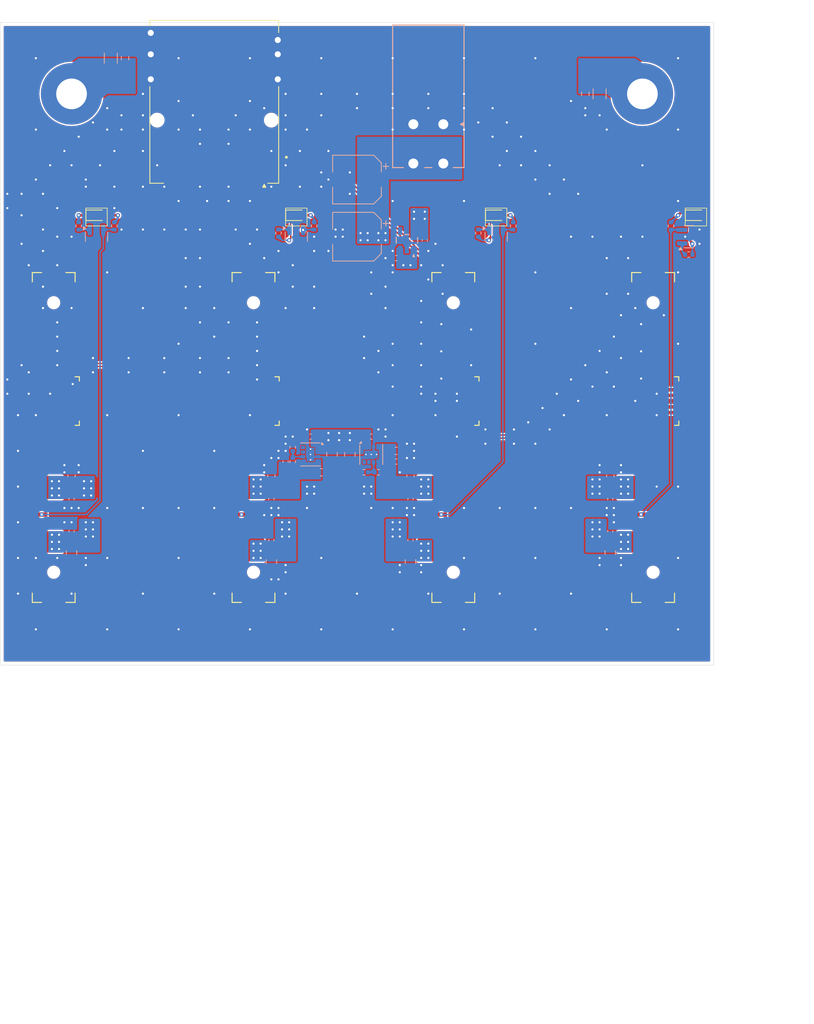
<source format=kicad_pcb>
(kicad_pcb (version 20240108) (generator "pcbnew") (generator_version "8.0")
  (title_block (title "Backplane") (date "2024-06-04") (rev "1.2") (company "DEFDES"))
  (layers (0 "F.Cu" signal) (1 "In1.Cu" power) (2 "In2.Cu" power) (31 "B.Cu" signal) (34 "B.Paste" user) (35 "F.Paste" user) (36 "B.SilkS" user "B.Silkscreen") (37 "F.SilkS" user "F.Silkscreen") (38 "B.Mask" user) (39 "F.Mask" user) (44 "Edge.Cuts" user))
  (net 0 "")
  (net 1 "GND")
  (net 2 "+12V")
  (net 3 "+5V")
  (net 4 "+3V3")
  (net 5 "/D0:RP-")
  (net 6 "/D2:RP-")
  (net 8 "/D3:TP-")
  (net 9 "/D3:TP+")
  (net 10 "/D0:TP+")
  (net 11 "/D3:RP+")
  (net 12 "/D1:RP+")
  (net 15 "/D1:TP-")
  (net 16 "/D2:RP+")
  (net 17 "/D1:RP-")
  (net 18 "/D2:TP+")
  (net 19 "/D1:TP+")
  (net 20 "/D0:TP-")
  (net 25 "/D3:RP-")
  (net 27 "/D2:TP-")
  (net 28 "/D0:RP+")
  (net 29 "Net-(J2-STAT)")
  (net 53 "Net-(J3-STAT)")
  (net 54 "Net-(J4-STAT)")
  (net 55 "Net-(J5-STAT)")
  (net 61 "Net-(D1-K)")
  (net 62 "Net-(D2-K)")
  (net 63 "Net-(D3-K)")
  (net 64 "Net-(D4-K)")
  (net 65 "Net-(U2-FB)")
  (net 66 "Net-(U3-FB)")
  (net 70 "Net-(Q1-C)")
  (net 71 "Net-(Q2-C)")
  (net 72 "Net-(Q3-C)")
  (net 73 "Net-(Q4-C)")
  (net 76 "SH")
  (footprint "Library:TE_1888019-6" (layer "F.Cu") (at 125 43.675 180)
    (property "Reference" "J1" (hide yes))
    (property "Value" "TE_1888019-6")
  )
  (footprint "LED_SMD:LED_0603_1608Metric" (layer "F.Cu") (at 136.5 57)
    (property "Reference" "D3" (hide yes))
    (property "Value" "LED")
  )
  (footprint "MountingHole:MountingHole_4.3mm_M4_Pad_TopBottom" (layer "F.Cu") (at 185 40)
    (property "Reference" "H2" (hide yes))
    (property "Value" "~")
  )
  (footprint "LED_SMD:LED_0603_1608Metric" (layer "F.Cu") (at 108.5 57)
    (property "Reference" "D4" (hide yes))
    (property "Value" "LED")
  )
  (footprint "MountingHole:MountingHole_4.3mm_M4_Pad_TopBottom" (layer "F.Cu") (at 105 40)
    (property "Reference" "H1" (hide yes))
    (property "Value" "~")
  )
  (footprint "Library:Amphenol_10144871-002-TRLF" (layer "F.Cu") (at 186.499998 88.124399 90)
    (property "Reference" "J2" (hide yes))
    (property "Value" "Amphenol_10144871-002-LF")
  )
  (footprint "Library:Amphenol_10144871-002-TRLF" (layer "F.Cu") (at 158.499998 88.124399 90)
    (property "Reference" "J3" (hide yes))
    (property "Value" "Amphenol_10144871-002-LF")
  )
  (footprint "LED_SMD:LED_0603_1608Metric" (layer "F.Cu") (at 164.5 57)
    (property "Reference" "D2" (hide yes))
    (property "Value" "LED")
  )
  (footprint "LED_SMD:LED_0603_1608Metric" (layer "F.Cu") (at 192.5 57)
    (property "Reference" "D1" (hide yes))
    (property "Value" "LED")
  )
  (footprint "Library:Amphenol_10144871-002-TRLF" (layer "F.Cu") (at 130.499999 88.124401 90)
    (property "Reference" "J4" (hide yes))
    (property "Value" "Amphenol_10144871-002-LF")
  )
  (footprint "Library:Amphenol_10144871-002-TRLF" (layer "F.Cu") (at 102.499999 88.124401 90)
    (property "Reference" "J5" (hide yes))
    (property "Value" "Amphenol_10144871-002-LF")
  )
  (footprint "Resistor_SMD:R_0402_1005Metric" (layer "B.Cu") (at 146 93 180)
    (property "Reference" "R12" (hide yes))
    (property "Value" "100k")
  )
  (footprint "Capacitor_SMD:C_0402_1005Metric" (layer "B.Cu") (at 133 102.5 90)
    (property "Reference" "C9" (hide yes))
    (property "Value" "100n")
  )
  (footprint "Capacitor_SMD:C_0402_1005Metric" (layer "B.Cu") (at 138.5 88 180)
    (property "Reference" "C24" (hide yes))
    (property "Value" "100n")
  )
  (footprint "Resistor_SMD:R_0402_1005Metric" (layer "B.Cu") (at 148 93 180)
    (property "Reference" "R11" (hide yes))
    (property "Value" "523k")
  )
  (footprint "Capacitor_SMD:CP_Elec_6.3x5.8" (layer "B.Cu") (at 145 52 180)
    (property "Reference" "C10" (hide yes))
    (property "Value" "47u")
  )
  (footprint "Resistor_SMD:R_0402_1005Metric" (layer "B.Cu") (at 162 59.5 90)
    (property "Reference" "R2" (hide yes))
    (property "Value" "110")
  )
  (footprint "Capacitor_SMD:C_0805_2012Metric" (layer "B.Cu") (at 144 90.5 -90)
    (property "Reference" "C20" (hide yes))
    (property "Value" "22u")
  )
  (footprint "Capacitor_SMD:C_0402_1005Metric" (layer "B.Cu") (at 150.5 91.5)
    (property "Reference" "C29" (hide yes))
    (property "Value" "100n")
  )
  (footprint "Capacitor_SMD:C_0402_1005Metric" (layer "B.Cu") (at 152.5 96.75 -90)
    (property "Reference" "C15" (hide yes))
    (property "Value" "100n")
  )
  (footprint "Package_TO_SOT_SMD:SOT-23" (layer "B.Cu") (at 136.5 60 -90)
    (property "Reference" "Q3" (hide yes))
    (property "Value" "PMBT3904,215")
  )
  (footprint "Capacitor_SMD:C_0805_2012Metric" (layer "B.Cu") (at 105 104.25 90)
    (property "Reference" "C1" (hide yes))
    (property "Value" "22u")
  )
  (footprint "Capacitor_SMD:C_0603_1608Metric" (layer "B.Cu") (at 140 93)
    (property "Reference" "C28" (hide yes))
    (property "Value" "22u")
  )
  (footprint "Capacitor_SMD:C_0603_1608Metric" (layer "B.Cu") (at 152.5 93.5 -90)
    (property "Reference" "C13" (hide yes))
    (property "Value" "22u")
  )
  (footprint "Resistor_SMD:R_0603_1608Metric" (layer "B.Cu") (at 112.5 35 90)
    (property "Reference" "R9" (hide yes))
    (property "Value" "1M")
  )
  (footprint "Library:Ti_DBV0005A" (layer "B.Cu") (at 152 60.5 90)
    (property "Reference" "U1" (hide yes))
    (property "Value" "TI_TLV743P")
  )
  (footprint "Capacitor_SMD:C_0603_1608Metric" (layer "B.Cu") (at 105 93.5 -90)
    (property "Reference" "C4" (hide yes))
    (property "Value" "22u")
  )
  (footprint "Capacitor_SMD:C_0603_1608Metric" (layer "B.Cu") (at 150.5 90)
    (property "Reference" "C27" (hide yes))
    (property "Value" "22u")
  )
  (footprint "Capacitor_SMD:C_0402_1005Metric" (layer "B.Cu") (at 135 91.5 90)
    (property "Reference" "C30" (hide yes))
    (property "Value" "100n")
  )
  (footprint "Capacitor_SMD:C_0402_1005Metric" (layer "B.Cu") (at 150.5 63 180)
    (property "Reference" "C19" (hide yes))
    (property "Value" "1u")
  )
  (footprint "Resistor_SMD:R_0402_1005Metric" (layer "B.Cu") (at 191.5 62.5 180)
    (property "Reference" "R1" (hide yes))
    (property "Value" "110")
  )
  (footprint "Capacitor_SMD:C_0805_2012Metric" (layer "B.Cu") (at 152.5 105.5 90)
    (property "Reference" "C11" (hide yes))
    (property "Value" "22u")
  )
  (footprint "Capacitor_SMD:CP_Elec_6.3x5.8" (layer "B.Cu") (at 145 60 180)
    (property "Reference" "C3" (hide yes))
    (property "Value" "47u")
  )
  (footprint "Resistor_SMD:R_0402_1005Metric" (layer "B.Cu") (at 134 59.5 90)
    (property "Reference" "R5" (hide yes))
    (property "Value" "110")
  )
  (footprint "Capacitor_SMD:C_0402_1005Metric" (layer "B.Cu") (at 154.5 60.5 -90)
    (property "Reference" "C22" (hide yes))
    (property "Value" "1u")
  )
  (footprint "Resistor_SMD:R_0402_1005Metric" (layer "B.Cu") (at 166.89 58.5 -90)
    (property "Reference" "R4" (hide yes))
    (property "Value" "20k")
  )
  (footprint "Capacitor_SMD:C_0402_1005Metric" (layer "B.Cu") (at 105 96.75 -90)
    (property "Reference" "C6" (hide yes))
    (property "Value" "100n")
  )
  (footprint "Resistor_SMD:R_0402_1005Metric" (layer "B.Cu") (at 136.000001 91.5 90)
    (property "Reference" "R13" (hide yes))
    (property "Value" "523k")
  )
  (footprint "Capacitor_SMD:C_0805_2012Metric" (layer "B.Cu") (at 141.5 90.5 -90)
    (property "Reference" "C21" (hide yes))
    (property "Value" "22u")
  )
  (footprint "Resistor_SMD:R_0402_1005Metric" (layer "B.Cu") (at 136 89.5 90)
    (property "Reference" "R14" (hide yes))
    (property "Value" "100k")
  )
  (footprint "Capacitor_SMD:C_1206_3216Metric" (layer "B.Cu") (at 179 40 -90)
    (property "Reference" "C26" (hide yes))
    (property "Value" "100n")
  )
  (footprint "Resistor_SMD:R_0402_1005Metric" (layer "B.Cu") (at 106 58.5 -90)
    (property "Reference" "R6" (hide yes))
    (property "Value" "110")
  )
  (footprint "Resistor_SMD:R_0402_1005Metric" (layer "B.Cu") (at 111 58.5 -90)
    (property "Reference" "R8" (hide yes))
    (property "Value" "20k")
  )
  (footprint "Package_TO_SOT_SMD:SOT-23" (layer "B.Cu") (at 108.5 60 -90)
    (property "Reference" "Q4" (hide yes))
    (property "Value" "PMBT3904,215")
  )
  (footprint "Capacitor_SMD:C_0402_1005Metric" (layer "B.Cu") (at 152.5 102.5 -90)
    (property "Reference" "C17" (hide yes))
    (property "Value" "100n")
  )
  (footprint "Package_LGA:Texas_SIL0008D_MicroSiP-8-1EP_2.8x3mm_P0.65mm_EP1.1x1.9mm_ThermalVias" (layer "B.Cu") (at 147 90.5 -90)
    (property "Reference" "U2" (hide yes))
    (property "Value" "TPS82130")
  )
  (footprint "Capacitor_SMD:C_0402_1005Metric" (layer "B.Cu") (at 105 101.25 -90)
    (property "Reference" "C8" (hide yes))
    (property "Value" "100n")
  )
  (footprint "Resistor_SMD:R_0402_1005Metric" (layer "B.Cu") (at 139 58.5 -90)
    (property "Reference" "R7" (hide yes))
    (property "Value" "20k")
  )
  (footprint "Resistor_SMD:R_0603_1608Metric" (layer "B.Cu") (at 177 40 -90)
    (property "Reference" "R10" (hide yes))
    (property "Value" "1M")
  )
  (footprint "Capacitor_SMD:C_0603_1608Metric" (layer "B.Cu") (at 180.5 93.5 90)
    (property "Reference" "C14" (hide yes))
    (property "Value" "22u")
  )
  (footprint "Capacitor_SMD:C_0402_1005Metric" (layer "B.Cu") (at 180.5 101.25 90)
    (property "Reference" "C18" (hide yes))
    (property "Value" "100n")
  )
  (footprint "Package_TO_SOT_SMD:SOT-23" (layer "B.Cu") (at 164.5 60 -90)
    (property "Reference" "Q2" (hide yes))
    (property "Value" "PMBT3904,215")
  )
  (footprint "Resistor_SMD:R_0402_1005Metric" (layer "B.Cu") (at 189 58.509999 -90)
    (property "Reference" "R3" (hide yes))
    (property "Value" "20k")
  )
  (footprint "Capacitor_SMD:C_0402_1005Metric" (layer "B.Cu") (at 133 96.75 -90)
    (property "Reference" "C7" (hide yes))
    (property "Value" "100n")
  )
  (footprint "Capacitor_SMD:C_0805_2012Metric" (layer "B.Cu") (at 133 105.5 -90)
    (property "Reference" "C2" (hide yes))
    (property "Value" "22u")
  )
  (footprint "Capacitor_SMD:C_0805_2012Metric" (layer "B.Cu") (at 180.5 104.25 -90)
    (property "Reference" "C12" (hide yes))
    (property "Value" "22u")
  )
  (footprint "Library:XKB_X9357WR-2x02-N2SN" (layer "B.Cu") (at 155 47)
    (property "Reference" "J6" (hide yes))
    (property "Value" "PWR_IN")
  )
  (footprint "Capacitor_SMD:C_0402_1005Metric" (layer "B.Cu") (at 180.5 96.75 -90)
    (property "Reference" "C16" (hide yes))
    (property "Value" "100n")
  )
  (footprint "Capacitor_SMD:C_1206_3216Metric" (layer "B.Cu") (at 110.5 35 90)
    (property "Reference" "C25" (hide yes))
    (property "Value" "100n")
  )
  (footprint "Package_TO_SOT_SMD:SOT-23" (layer "B.Cu") (at 191.5 60)
    (property "Reference" "Q1" (hide yes))
    (property "Value" "PMBT3904,215")
  )
  (footprint "Capacitor_SMD:C_0603_1608Metric" (layer "B.Cu") (at 133 93.5 90)
    (property "Reference" "C5" (hide yes))
    (property "Value" "22u")
  )
  (footprint "Package_LGA:Texas_SIL0008D_MicroSiP-8-1EP_2.8x3mm_P0.65mm_EP1.1x1.9mm_ThermalVias" (layer "B.Cu") (at 138.5 90.5 180)
    (property "Reference" "U3" (hide yes))
    (property "Value" "TPS82130")
  )
  (footprint "Capacitor_SMD:C_0402_1005Metric" (layer "B.Cu") (at 147 88)
    (property "Reference" "C23" (hide yes))
    (property "Value" "100n")
  )
  (gr_rect (start 134.999999 56) (end 137.999999 58.5) (stroke (width 0.1)) (fill none) (layer "F.SilkS"))
  (gr_poly (pts (xy 163 58.5) (xy 163 56) (xy 165.999998 56.000001) (xy 165.999998 58.500001)) (stroke (width 0.1)) (fill none) (layer "F.SilkS"))
  (gr_rect (start 106.999999 56) (end 109.999997 58.5) (stroke (width 0.1)) (fill none) (layer "F.SilkS"))
  (gr_rect (start 190.999998 56) (end 193.999999 58.5) (stroke (width 0.1)) (fill none) (layer "F.SilkS"))
  (gr_rect (start 95 30) (end 195 120) (stroke (width 0.05)) (fill none) (layer "Edge.Cuts"))
  (via (at 193 61) (size 0.6) (drill 0.3) (layers "F.Cu" "B.Cu") (net 1))
  (via (at 115 59) (size 0.6) (drill 0.3) (layers "F.Cu" "B.Cu") (net 1))
  (via (at 133 99) (size 0.6) (drill 0.3) (layers "F.Cu" "B.Cu") (net 1))
  (via (at 187 85) (size 0.6) (drill 0.3) (layers "F.Cu" "B.Cu") (net 1))
  (via (at 97.5 105) (size 0.6) (drill 0.3) (layers "F.Cu" "B.Cu") (net 1))
  (via (at 141 48) (size 0.6) (drill 0.3) (layers "F.Cu" "B.Cu") (net 1))
  (via (at 145 42) (size 0.6) (drill 0.3) (layers "F.Cu" "B.Cu") (net 1))
  (via (at 138 45) (size 0.6) (drill 0.3) (layers "F.Cu" "B.Cu") (net 1))
  (via (at 161 78) (size 0.6) (drill 0.3) (layers "F.Cu" "B.Cu") (net 1))
  (via (at 140 51) (size 0.6) (drill 0.3) (layers "F.Cu" "B.Cu") (net 1))
  (via (at 175 98) (size 0.6) (drill 0.3) (layers "F.Cu" "B.Cu") (net 1))
  (via (at 181 99) (size 0.6) (drill 0.3) (layers "F.Cu" "B.Cu") (net 1))
  (via (at 105 98) (size 0.6) (drill 0.3) (layers "F.Cu" "B.Cu") (net 1))
  (via (at 163 89) (size 0.6) (drill 0.3) (layers "F.Cu" "B.Cu") (net 1))
  (via (at 156 85) (size 0.6) (drill 0.3) (layers "F.Cu" "B.Cu") (net 1))
  (via (at 136 64) (size 0.6) (drill 0.3) (layers "F.Cu" "B.Cu") (net 1))
  (via (at 155 110) (size 0.6) (drill 0.3) (layers "F.Cu" "B.Cu") (net 1))
  (via (at 107 52) (size 0.6) (drill 0.3) (layers "F.Cu" "B.Cu") (net 1))
  (via (at 133 53) (size 0.6) (drill 0.3) (layers "F.Cu" "B.Cu") (net 1))
  (via (at 148 79) (size 0.6) (drill 0.3) (layers "F.Cu" "B.Cu") (net 1))
  (via (at 130 35) (size 0.6) (drill 0.3) (layers "F.Cu" "B.Cu") (net 1))
  (via (at 96 82) (size 0.6) (drill 0.3) (layers "F.Cu" "B.Cu") (net 1))
  (via (at 136 88) (size 0.6) (drill 0.3) (layers "F.Cu" "B.Cu") (net 1))
  (via (at 103 64) (size 0.6) (drill 0.3) (layers "F.Cu" "B.Cu") (net 1))
  (via (at 156.819998 79.869399) (size 0.6) (drill 0.3) (layers "F.Cu" "B.Cu") (net 1))
  (via (at 152 89) (size 0.6) (drill 0.3) (layers "F.Cu" "B.Cu") (net 1))
  (via (at 175 110) (size 0.6) (drill 0.3) (layers "F.Cu" "B.Cu") (net 1))
  (via (at 113 79) (size 0.6) (drill 0.3) (layers "F.Cu" "B.Cu") (net 1))
  (via (at 193 59) (size 0.6) (drill 0.3) (layers "F.Cu" "B.Cu") (net 1))
  (via (at 141 62) (size 0.6) (drill 0.3) (layers "F.Cu" "B.Cu") (net 1))
  (via (at 160 98) (size 0.6) (drill 0.3) (layers "F.Cu" "B.Cu") (net 1))
  (via (at 156 82) (size 0.6) (drill 0.3) (layers "F.Cu" "B.Cu") (net 1))
  (via (at 182 93) (size 0.6) (drill 0.3) (layers "F.Cu" "B.Cu") (net 1))
  (via (at 146 77) (size 0.6) (drill 0.3) (layers "F.Cu" "B.Cu") (net 1))
  (via (at 160 35) (size 0.6) (drill 0.3) (layers "F.Cu" "B.Cu") (net 1))
  (via (at 148 87) (size 0.6) (drill 0.3) (layers "F.Cu" "B.Cu") (net 1))
  (via (at 150 62) (size 0.6) (drill 0.3) (layers "F.Cu" "B.Cu") (net 1))
  (via (at 154 106) (size 0.6) (drill 0.3) (layers "F.Cu" "B.Cu") (net 1))
  (via (at 115 40) (size 0.6) (drill 0.3) (layers "F.Cu" "B.Cu") (net 1))
  (via (at 146 74) (size 0.6) (drill 0.3) (layers "F.Cu" "B.Cu") (net 1))
  (via (at 132 63) (size 0.6) (drill 0.3) (layers "F.Cu" "B.Cu") (net 1))
  (via (at 153 90) (size 0.6) (drill 0.3) (layers "F.Cu" "B.Cu") (net 1))
  (via (at 154 64) (size 0.6) (drill 0.3) (layers "F.Cu" "B.Cu") (net 1))
  (via (at 112 45) (size 0.6) (drill 0.3) (layers "F.Cu" "B.Cu") (net 1))
  (via (at 104 92) (size 0.6) (drill 0.3) (layers "F.Cu" "B.Cu") (net 1))
  (via (at 125 74) (size 0.6) (drill 0.3) (layers "F.Cu" "B.Cu") (net 1))
  (via (at 138 95) (size 0.6) (drill 0.3) (layers "F.Cu" "B.Cu") (net 1))
  (via (at 156.819998 76.059399) (size 0.6) (drill 0.3) (layers "F.Cu" "B.Cu") (net 1))
  (via (at 150 64) (size 0.6) (drill 0.3) (layers "F.Cu" "B.Cu") (net 1))
  (via (at 165 98) (size 0.6) (drill 0.3) (layers "F.Cu" "B.Cu") (net 1))
  (via (at 174 52) (size 0.6) (drill 0.3) (layers "F.Cu" "B.Cu") (net 1))
  (via (at 181 74) (size 0.6) (drill 0.3) (layers "F.Cu" "B.Cu") (net 1))
  (via (at 101 62) (size 0.6) (drill 0.3) (layers "F.Cu" "B.Cu") (net 1))
  (via (at 128 43) (size 0.6) (drill 0.3) (layers "F.Cu" "B.Cu") (net 1))
  (via (at 121 59) (size 0.6) (drill 0.3) (layers "F.Cu" "B.Cu") (net 1))
  (via (at 135 50) (size 0.6) (drill 0.3) (layers "F.Cu" "B.Cu") (net 1))
  (via (at 123 67) (size 0.6) (drill 0.3) (layers "F.Cu" "B.Cu") (net 1))
  (via (at 98 61) (size 0.6) (drill 0.3) (layers "F.Cu" "B.Cu") (net 1))
  (via (at 179 106) (size 0.6) (drill 0.3) (layers "F.Cu" "B.Cu") (net 1))
  (via (at 180 79) (size 0.6) (drill 0.3) (layers "F.Cu" "B.Cu") (net 1))
  (via (at 149 87) (size 0.6) (drill 0.3) (layers "F.Cu" "B.Cu") (net 1))
  (via (at 135 89) (size 0.6) (drill 0.3) (layers "F.Cu" "B.Cu") (net 1))
  (via (at 170 65) (size 0.6) (drill 0.3) (layers "F.Cu" "B.Cu") (net 1))
  (via (at 104 93) (size 0.6) (drill 0.3) (layers "F.Cu" "B.Cu") (net 1))
  (via (at 103 72) (size 0.6) (drill 0.3) (layers "F.Cu" "B.Cu") (net 1))
  (via (at 115 48) (size 0.6) (drill 0.3) (layers "F.Cu" "B.Cu") (net 1))
  (via (at 173 82) (size 0.6) (drill 0.3) (layers "F.Cu" "B.Cu") (net 1))
  (via (at 155 40) (size 0.6) (drill 0.3) (layers "F.Cu" "B.Cu") (net 1))
  (via (at 154 69) (size 0.6) (drill 0.3) (layers "F.Cu" "B.Cu") (net 1))
  (via (at 150 40) (size 0.6) (drill 0.3) (layers "F.Cu" "B.Cu") (net 1))
  (via (at 123 79) (size 0.6) (drill 0.3) (layers "F.Cu" "B.Cu") (net 1))
  (via (at 180 115) (size 0.6) (drill 0.3) (layers "F.Cu" "B.Cu") (net 1))
  (via (at 150 65) (size 0.6) (drill 0.3) (layers "F.Cu" "B.Cu") (net 1))
  (via (at 100 35) (size 0.6) (drill 0.3) (layers "F.Cu" "B.Cu") (net 1))
  (via (at 132 93) (size 0.6) (drill 0.3) (layers "F.Cu" "B.Cu") (net 1))
  (via (at 139 96) (size 0.6) (drill 0.3) (layers "F.Cu" "B.Cu") (net 1))
  (via (at 111 48) (size 0.6) (drill 0.3) (layers "F.Cu" "B.Cu") (net 1))
  (via (at 190 45) (size 0.6) (drill 0.3) (layers "F.Cu" "B.Cu") (net 1))
  (via (at 142 59) (size 0.6) (drill 0.3) (layers "F.Cu" "B.Cu") (net 1))
  (via (at 127 79) (size 0.6) (drill 0.3) (layers "F.Cu" "B.Cu") (net 1))
  (via (at 124 55) (size 0.6) (drill 0.3) (layers "F.Cu" "B.Cu") (net 1))
  (via (at 138 87) (size 0.6) (drill 0.3) (layers "F.Cu" "B.Cu") (net 1))
  (via (at 172 50) (size 0.6) (drill 0.3) (layers "F.Cu" "B.Cu") (net 1))
  (via (at 145 110) (size 0.6) (drill 0.3) (layers "F.Cu" "B.Cu") (net 1))
  (via (at 135 107) (size 0.6) (drill 0.3) (layers "F.Cu" "B.Cu") (net 1))
  (via (at 120 75) (size 0.6) (drill 0.3) (layers "F.Cu" "B.Cu") (net 1))
  (via (at 190 105) (size 0.6) (drill 0.3) (layers "F.Cu" "B.Cu") (net 1))
  (via (at 134 108) (size 0.6) (drill 0.3) (layers "F.Cu" "B.Cu") (net 1))
  (via (at 101 67) (size 0.6) (drill 0.3) (layers "F.Cu" "B.Cu") (net 1))
  (via (at 98 57) (size 0.6) (drill 0.3) (layers "F.Cu" "B.Cu") (net 1))
  (via (at 183 68) (size 0.6) (drill 0.3) (layers "F.Cu" "B.Cu") (net 1))
  (via (at 166 44) (size 0.6) (drill 0.3) (layers "F.Cu" "B.Cu") (net 1))
  (via (at 150 98) (size 0.6) (drill 0.3) (layers "F.Cu" "B.Cu") (net 1))
  (via (at 125 98) (size 0.6) (drill 0.3) (layers "F.Cu" "B.Cu") (net 1))
  (via (at 157 64) (size 0.6) (drill 0.3) (layers "F.Cu" "B.Cu") (net 1))
  (via (at 139 95) (size 0.6) (drill 0.3) (layers "F.Cu" "B.Cu") (net 1))
  (via (at 150 78) (size 0.6) (drill 0.3) (layers "F.Cu" "B.Cu") (net 1))
  (via (at 127 53) (size 0.6) (drill 0.3) (layers "F.Cu" "B.Cu") (net 1))
  (via (at 134 62) (size 0.6) (drill 0.3) (layers "F.Cu" "B.Cu") (net 1))
  (via (at 180 99) (size 0.6) (drill 0.3) (layers "F.Cu" "B.Cu") (net 1))
  (via (at 150 75) (size 0.6) (drill 0.3) (layers "F.Cu" "B.Cu") (net 1))
  (via (at 149 70) (size 0.6) (drill 0.3) (layers "F.Cu" "B.Cu") (net 1))
  (via (at 156.819998 72.249399) (size 0.6) (drill 0.3) (layers "F.Cu" "B.Cu") (net 1))
  (via (at 118 79) (size 0.6) (drill 0.3) (layers "F.Cu" "B.Cu") (net 1))
  (via (at 105 100) (size 0.6) (drill 0.3) (layers "F.Cu" "B.Cu") (net 1))
  (via (at 120 45) (size 0.6) (drill 0.3) (layers "F.Cu" "B.Cu") (net 1))
  (via (at 159 88) (size 0.6) (drill 0.3) (layers "F.Cu" "B.Cu") (net 1))
  (via (at 101 70) (size 0.6) (drill 0.3) (layers "F.Cu" "B.Cu") (net 1))
  (via (at 177 78) (size 0.6) (drill 0.3) (layers "F.Cu" "B.Cu") (net 1))
  (via (at 175 60) (size 0.6) (drill 0.3) (layers "F.Cu" "B.Cu") (net 1))
  (via (at 123 47) (size 0.6) (drill 0.3) (layers "F.Cu" "B.Cu") (net 1))
  (via (at 181 100) (size 0.6) (drill 0.3) (layers "F.Cu" "B.Cu") (net 1))
  (via (at 103 60) (size 0.6) (drill 0.3) (layers "F.Cu" "B.Cu") (net 1))
  (via (at 101 54) (size 0.6) (drill 0.3) (layers "F.Cu" "B.Cu") (net 1))
  (via (at 103 74) (size 0.6) (drill 0.3) (layers "F.Cu" "B.Cu") (net 1))
  (via (at 134 98) (size 0.6) (drill 0.3) (layers "F.Cu" "B.Cu") (net 1))
  (via (at 96 54) (size 0.6) (drill 0.3) (layers "F.Cu" "B.Cu") (net 1))
  (via (at 154 72) (size 0.6) (drill 0.3) (layers "F.Cu" "B.Cu") (net 1))
  (via (at 142 60) (size 0.6) (drill 0.3) (layers "F.Cu" "B.Cu") (net 1))
  (via (at 139 67) (size 0.6) (drill 0.3) (layers "F.Cu" "B.Cu") (net 1))
  (via (at 190 95) (size 0.6) (drill 0.3) (layers "F.Cu" "B.Cu") (net 1))
  (via (at 168 50) (size 0.6) (drill 0.3) (layers "F.Cu" "B.Cu") (net 1))
  (via (at 153 89) (size 0.6) (drill 0.3) (layers "F.Cu" "B.Cu") (net 1))
  (via (at 188 71) (size 0.6) (drill 0.3) (layers "F.Cu" "B.Cu") (net 1))
  (via (at 98 54) (size 0.6) (drill 0.3) (layers "F.Cu" "B.Cu") (net 1))
  (via (at 156 83) (size 0.6) (drill 0.3) (layers "F.Cu" "B.Cu") (net 1))
  (via (at 147 65) (size 0.6) (drill 0.3) (layers "F.Cu" "B.Cu") (net 1))
  (via (at 107 105) (size 0.6) (drill 0.3) (layers "F.Cu" "B.Cu") (net 1))
  (via (at 190 55) (size 0.6) (drill 0.3) (layers "F.Cu" "B.Cu") (net 1))
  (via (at 170 115) (size 0.6) (drill 0.3) (layers "F.Cu" "B.Cu") (net 1))
  (via (at 135 90) (size 0.6) (drill 0.3) (layers "F.Cu" "B.Cu") (net 1))
  (via (at 135 106) (size 0.6) (drill 0.3) (layers "F.Cu" "B.Cu") (net 1))
  (via (at 175 70) (size 0.6) (drill 0.3) (layers "F.Cu" "B.Cu") (net 1))
  (via (at 152 91) (size 0.6) (drill 0.3) (layers "F.Cu" "B.Cu") (net 1))
  (via (at 163 87) (size 0.6) (drill 0.3) (layers "F.Cu" "B.Cu") (net 1))
  (via (at 147 68) (size 0.6) (drill 0.3) (layers "F.Cu" "B.Cu") (net 1))
  (via (at 138 96) (size 0.6) (drill 0.3) (layers "F.Cu" "B.Cu") (net 1))
  (via (at 104 48) (size 0.6) (drill 0.3) (layers "F.Cu" "B.Cu") (net 1))
  (via (at 130 45) (size 0.6) (drill 0.3) (layers "F.Cu" "B.Cu") (net 1))
  (via (at 170 75) (size 0.6) (drill 0.3) (layers "F.Cu" "B.Cu") (net 1))
  (via (at 118 53) (size 0.6) (drill 0.3) (layers "F.Cu" "B.Cu") (net 1))
  (via (at 153 98) (size 0.6) (drill 0.3) (layers "F.Cu" "B.Cu") (net 1))
  (via (at 176 83) (size 0.6) (drill 0.3) (layers "F.Cu" "B.Cu") (net 1))
  (via (at 138 98) (size 0.6) (drill 0.3) (layers "F.Cu" "B.Cu") (net 1))
  (via (at 141 52) (size 0.6) (drill 0.3) (layers "F.Cu" "B.Cu") (net 1))
  (via (at 156 61) (size 0.6) (drill 0.3) (layers "F.Cu" "B.Cu") (net 1))
  (via (at 97.5 110) (size 0.6) (drill 0.3) (layers "F.Cu" "B.Cu") (net 1))
  (via (at 160 45) (size 0.6) (drill 0.3) (layers "F.Cu" "B.Cu") (net 1))
  (via (at 147 98) (size 0.6) (drill 0.3) (layers "F.Cu" "B.Cu") (net 1))
  (via (at 133 91) (size 0.6) (drill 0.3) (layers "F.Cu" "B.Cu") (net 1))
  (via (at 128 59) (size 0.6) (drill 0.3) (layers "F.Cu" "B.Cu") (net 1))
  (via (at 184 83) (size 0.6) (drill 0.3) (layers "F.Cu" "B.Cu") (net 1))
  (via (at 171 84) (size 0.6) (drill 0.3) (layers "F.Cu" "B.Cu") (net 1))
  (via (at 155 62) (size 0.6) (drill 0.3) (layers "F.Cu" "B.Cu") (net 1))
  (via (at 115 110) (size 0.6) (drill 0.3) (layers "F.Cu" "B.Cu") (net 1))
  (via (at 134 65) (size 0.6) (drill 0.3) (layers "F.Cu" "B.Cu") (net 1))
  (via (at 115 98) (size 0.6) (drill 0.3) (layers "F.Cu" "B.Cu") (net 1))
  (via (at 121 67) (size 0.6) (drill 0.3) (layers "F.Cu" "B.Cu") (net 1))
  (via (at 131 76) (size 0.6) (drill 0.3) (layers "F.Cu" "B.Cu") (net 1))
  (via (at 101 59) (size 0.6) (drill 0.3) (layers "F.Cu" "B.Cu") (net 1))
  (via (at 153 91) (size 0.6) (drill 0.3) (layers "F.Cu" "B.Cu") (net 1))
  (via (at 132 42) (size 0.6) (drill 0.3) (layers "F.Cu" "B.Cu") (net 1))
  (via (at 107 53) (size 0.6) (drill 0.3) (layers "F.Cu" "B.Cu") (net 1))
  (via (at 160 55) (size 0.6) (drill 0.3) (layers "F.Cu" "B.Cu") (net 1))
  (via (at 103 76) (size 0.6) (drill 0.3) (layers "F.Cu" "B.Cu") (net 1))
  (via (at 130 115) (size 0.6) (drill 0.3) (layers "F.Cu" "B.Cu") (net 1))
  (via (at 184.819998 79.869399) (size 0.6) (drill 0.3) (layers "F.Cu" "B.Cu") (net 1))
  (via (at 127 72) (size 0.6) (drill 0.3) (layers "F.Cu" "B.Cu") (net 1))
  (via (at 97.5 85) (size 0.6) (drill 0.3) (layers "F.Cu" "B.Cu") (net 1))
  (via (at 154 82) (size 0.6) (drill 0.3) (layers "F.Cu" "B.Cu") (net 1))
  (via (at 157 68) (size 0.6) (drill 0.3) (layers "F.Cu" "B.Cu") (net 1))
  (via (at 123 59) (size 0.6) (drill 0.3) (layers "F.Cu" "B.Cu") (net 1))
  (via (at 184 70) (size 0.6) (drill 0.3) (layers "F.Cu" "B.Cu") (net 1))
  (via (at 182 77) (size 0.6) (drill 0.3) (layers "F.Cu" "B.Cu") (net 1))
  (via (at 180 85) (size 0.6) (drill 0.3) (layers "F.Cu" "B.Cu") (net 1))
  (via (at 149 63) (size 0.6) (drill 0.3) (layers "F.Cu" "B.Cu") (net 1))
  (via (at 106 98) (size 0.6) (drill 0.3) (layers "F.Cu" "B.Cu") (net 1))
  (via (at 108 77) (size 0.6) (drill 0.3) (layers "F.Cu" "B.Cu") (net 1))
  (via (at 123 72) (size 0.6) (drill 0.3) (layers "F.Cu" "B.Cu") (net 1))
  (via (at 180 68) (size 0.6) (drill 0.3) (layers "F.Cu" "B.Cu") (net 1))
  (via (at 125 110) (size 0.6) (drill 0.3) (layers "F.Cu" "B.Cu") (net 1))
  (via (at 175 80) (size 0.6) (drill 0.3) (layers "F.Cu" "B.Cu") (net 1))
  (via (at 127 77) (size 0.6) (drill 0.3) (layers "F.Cu" "B.Cu") (net 1))
  (via (at 151 106) (size 0.6) (drill 0.3) (layers "F.Cu" "B.Cu") (net 1))
  (via (at 100 85) (size 0.6) (drill 0.3) (layers "F.Cu" "B.Cu") (net 1))
  (via (at 135 110) (size 0.6) (drill 0.3) (layers "F.Cu" "B.Cu") (net 1))
  (via (at 143 59) (size 0.6) (drill 0.3) (layers "F.Cu" "B.Cu") (net 1))
  (via (at 132 99) (size 0.6) (drill 0.3) (layers "F.Cu" "B.Cu") (net 1))
  (via (at 176 54) (size 0.6) (drill 0.3) (layers "F.Cu" "B.Cu") (net 1))
  (via (at 182 71) (size 0.6) (drill 0.3) (layers "F.Cu" "B.Cu") (net 1))
  (via (at 179 93) (size 0.6) (drill 0.3) (layers "F.Cu" "B.Cu") (net 1))
  (via (at 149 88) (size 0.6) (drill 0.3) (layers "F.Cu" "B.Cu") (net 1))
  (via (at 127 55) (size 0.6) (drill 0.3) (layers "F.Cu" "B.Cu") (net 1))
  (via (at 175 41) (size 0.6) (drill 0.3) (layers "F.Cu" "B.Cu") (net 1))
  (via (at 182 105) (size 0.6) (drill 0.3) (layers "F.Cu" "B.Cu") (net 1))
  (via (at 120 35) (size 0.6) (drill 0.3) (layers "F.Cu" "B.Cu") (net 1))
  (via (at 179 105) (size 0.6) (drill 0.3) (layers "F.Cu" "B.Cu") (net 1))
  (via (at 150 85) (size 0.6) (drill 0.3) (layers "F.Cu" "B.Cu") (net 1))
  (via (at 112 59) (size 0.6) (drill 0.3) (layers "F.Cu" "B.Cu") (net 1))
  (via (at 111 56) (size 0.6) (drill 0.3) (layers "F.Cu" "B.Cu") (net 1))
  (via (at 166 48) (size 0.6) (drill 0.3) (layers "F.Cu" "B.Cu") (net 1))
  (via (at 177 43) (size 0.6) (drill 0.3) (layers "F.Cu" "B.Cu") (net 1))
  (via (at 168 46) (size 0.6) (drill 0.3) (layers "F.Cu" "B.Cu") (net 1))
  (via (at 170 105) (size 0.6) (drill 0.3) (layers "F.Cu" "B.Cu") (net 1))
  (via (at 182 60) (size 0.6) (drill 0.3) (layers "F.Cu" "B.Cu") (net 1))
  (via (at 154 81) (size 0.6) (drill 0.3) (layers "F.Cu" "B.Cu") (net 1))
  (via (at 150 45) (size 0.6) (drill 0.3) (layers "F.Cu" "B.Cu") (net 1))
  (via (at 100 115) (size 0.6) (drill 0.3) (layers "F.Cu" "B.Cu") (net 1))
  (via (at 143 60) (size 0.6) (drill 0.3) (layers "F.Cu" "B.Cu") (net 1))
  (via (at 152 99) (size 0.6) (drill 0.3) (layers "F.Cu" "B.Cu") (net 1))
  (via (at 125 70) (size 0.6) (drill 0.3) (layers "F.Cu" "B.Cu") (net 1))
  (via (at 165 110) (size 0.6) (drill 0.3) (layers "F.Cu" "B.Cu") (net 1))
  (via (at 170 48) (size 0.6) (drill 0.3) (layers "F.Cu" "B.Cu") (net 1))
  (via (at 98 78) (size 0.6) (drill 0.3) (layers "F.Cu" "B.Cu") (net 1))
  (via (at 164 42) (size 0.6) (drill 0.3) (layers "F.Cu" "B.Cu") (net 1))
  (via (at 155 42) (size 0.6) (drill 0.3) (layers "F.Cu" "B.Cu") (net 1))
  (via (at 160 40) (size 0.6) (drill 0.3) (layers "F.Cu" "B.Cu") (net 1))
  (via (at 164 46) (size 0.6) (drill 0.3) (layers "F.Cu" "B.Cu") (net 1))
  (via (at 154 78) (size 0.6) (drill 0.3) (layers "F.Cu" "B.Cu") (net 1))
  (via (at 151 93) (size 0.6) (drill 0.3) (layers "F.Cu" "B.Cu") (net 1))
  (via (at 190 75) (size 0.6) (drill 0.3) (layers "F.Cu" "B.Cu") (net 1))
  (via (at 170 89) (size 0.6) (drill 0.3) (layers "F.Cu" "B.Cu") (net 1))
  (via (at 160 105) (size 0.6) (drill 0.3) (layers "F.Cu" "B.Cu") (net 1))
  (via (at 121 70) (size 0.6) (drill 0.3) (layers "F.Cu" "B.Cu") (net 1))
  (via (at 130 41) (size 0.6) (drill 0.3) (layers "F.Cu" "B.Cu") (net 1))
  (via (at 137 53) (size 0.6) (drill 0.3) (layers "F.Cu" "B.Cu") (net 1))
  (via (at 103 78) (size 0.6) (drill 0.3) (layers "F.Cu" "B.Cu") (net 1))
  (via (at 110 85) (size 0.6) (drill 0.3) (layers "F.Cu" "B.Cu") (net 1))
  (via (at 139 70) (size 0.6) (drill 0.3) (layers "F.Cu" "B.Cu") (net 1))
  (via (at 179 43) (size 0.6) (drill 0.3) (layers "F.Cu" "B.Cu") (net 1))
  (via (at 180 45) (size 0.6) (drill 0.3) (layers "F.Cu" "B.Cu") (net 1))
  (via (at 110 65) (size 0.6) (drill 0.3) (layers "F.Cu" "B.Cu") (net 1))
  (via (at 154 75) (size 0.6) (drill 0.3) (layers "F.Cu" "B.Cu") (net 1))
  (via (at 148 76) (size 0.6) (drill 0.3) (layers "F.Cu" "B.Cu") (net 1))
  (via (at 100 105) (size 0.6) (drill 0.3) (layers "F.Cu" "B.Cu") (net 1))
  (via (at 100 52) (size 0.6) (drill 0.3) (layers "F.Cu" "B.Cu") (net 1))
  (via (at 127 45) (size 0.6) (drill 0.3) (layers "F.Cu" "B.Cu") (net 1))
  (via (at 183 63) (size 0.6) (drill 0.3) (layers "F.Cu" "B.Cu") (net 1))
  (via (at 172 87) (size 0.6) (drill 0.3) (layers "F.Cu" "B.Cu") (net 1))
  (via (at 105.159999 80.644401) (size 0.6) (drill 0.3) (layers "F.Cu" "B.Cu") (net 1))
  (via (at 99 82) (size 0.6) (drill 0.3) (layers "F.Cu" "B.Cu") (net 1))
  (via (at 111 53) (size 0.6) (drill 0.3) (layers "F.Cu" "B.Cu") (net 1))
  (via (at 134 91) (size 0.6) (drill 0.3) (layers "F.Cu" "B.Cu") (net 1))
  (via (at 184.819998 76.059399) (size 0.6) (drill 0.3) (layers "F.Cu" "B.Cu") (net 1))
  (via (at 120 115) (size 0.6) (drill 0.3) (layers "F.Cu" "B.Cu") (net 1))
  (via (at 106 46) (size 0.6) (drill 0.3) (layers "F.Cu" "B.Cu") (net 1))
  (via (at 97.5 95) (size 0.6) (drill 0.3) (layers "F.Cu" "B.Cu") (net 1))
  (via (at 139 60) (size 0.6) (drill 0.3) (layers "F.Cu" "B.Cu") (net 1))
  (via (at 169 86) (size 0.6) (drill 0.3) (layers "F.Cu" "B.Cu") (net 1))
  (via (at 181 98) (size 0.6) (drill 0.3) (layers "F.Cu" "B.Cu") (net 1))
  (via (at 182 106) (size 0.6) (drill 0.3) (layers "F.Cu" "B.Cu") (net 1))
  (via (at 185 60) (size 0.6) (drill 0.3) (layers "F.Cu" "B.Cu") (net 1))
  (via (at 113 77) (size 0.6) (drill 0.3) (layers "F.Cu" "B.Cu") (net 1))
  (via (at 170 98) (size 0.6) (drill 0.3) (layers "F.Cu" "B.Cu") (net 1))
  (via (at 160 115) (size 0.6) (drill 0.3) (layers "F.Cu" "B.Cu") (net 1))
  (via (at 159 83) (size 0.6) (drill 0.3) (layers "F.Cu" "B.Cu") (net 1))
  (via (at 109 50) (size 0.6) (drill 0.3) (layers "F.Cu" "B.Cu") (net 1))
  (via (at 180 98) (size 0.6) (drill 0.3) (layers "F.Cu" "B.Cu") (net 1))
  (via (at 112 43) (size 0.6) (drill 0.3) (layers "F.Cu" "B.Cu") (net 1))
  (via (at 170 35) (size 0.6) (drill 0.3) (layers "F.Cu" "B.Cu") (net 1))
  (via (at 131 72) (size 0.6) (drill 0.3) (layers "F.Cu" "B.Cu") (net 1))
  (via (at 102 50) (size 0.6) (drill 0.3) (layers "F.Cu" "B.Cu") (net 1))
  (via (at 150 42) (size 0.6) (drill 0.3) (layers "F.Cu" "B.Cu") (net 1))
  (via (at 120 85) (size 0.6) (drill 0.3) (layers "F.Cu" "B.Cu") (net 1))
  (via (at 190 65) (size 0.6) (drill 0.3) (layers "F.Cu" "B.Cu") (net 1))
  (via (at 115 70) (size 0.6) (drill 0.3) (layers "F.Cu" "B.Cu") (net 1))
  (via (at 133 108) (size 0.6) (drill 0.3) (layers "F.Cu" "B.Cu") (net 1))
  (via (at 99 64) (size 0.6) (drill 0.3) (layers "F.Cu" "B.Cu") (net 1))
  (via (at 135 40) (size 0.6) (drill 0.3) (layers "F.Cu" "B.Cu") (net 1))
  (via (at 105 70) (size 0.6) (drill 0.3) (layers "F.Cu" "B.Cu") (net 1))
  (via (at 162 44) (size 0.6) (drill 0.3) (layers "F.Cu" "B.Cu") (net 1))
  (via (at 182 92) (size 0.6) (drill 0.3) (layers "F.Cu" "B.Cu") (net 1))
  (via (at 105 50) (size 0.6) (drill 0.3) (layers "F.Cu" "B.Cu") (net 1))
  (via (at 155 66) (size 0.6) (drill 0.3) (layers "F.Cu" "B.Cu") (net 1))
  (via (at 104 100) (size 0.6) (drill 0.3) (layers "F.Cu" "B.Cu") (net 1))
  (via (at 140 105) (size 0.6) (drill 0.3) (layers "F.Cu" "B.Cu") (net 1))
  (via (at 133 48) (size 0.6) (drill 0.3) (layers "F.Cu" "B.Cu") (net 1))
  (via (at 115 90) (size 0.6) (drill 0.3) (layers "F.Cu" "B.Cu") (net 1))
  (via (at 167 89) (size 0.6) (drill 0.3) (layers "F.Cu" "B.Cu") (net 1))
  (via (at 107 106) (size 0.6) (drill 0.3) (layers "F.Cu" "B.Cu") (net 1))
  (via (at 147 95) (size 0.6) (drill 0.3) (layers "F.Cu" "B.Cu") (net 1))
  (via (at 97.5 90) (size 0.6) (drill 0.3) (layers "F.Cu" "B.Cu") (net 1))
  (via (at 131 80) (size 0.6) (drill 0.3) (layers "F.Cu" "B.Cu") (net 1))
  (via (at 181 81) (size 0.6) (drill 0.3) (layers "F.Cu" "B.Cu") (net 1))
  (via (at 144 54) (size 0.6) (drill 0.3) (layers "F.Cu" "B.Cu") (net 1))
  (via (at 174 85) (size 0.6) (drill 0.3) (layers "F.Cu" "B.Cu") (net 1))
  (via (at 108 79) (size 0.6) (drill 0.3) (layers "F.Cu" "B.Cu") (net 1))
  (via (at 178 81) (size 0.6) (drill 0.3) (layers "F.Cu" "B.Cu") (net 1))
  (via (at 120 98) (size 0.6) (drill 0.3) (layers "F.Cu" "B.Cu") (net 1))
  (via (at 150 55) (size 0.6) (drill 0.3) (layers "F.Cu" "B.Cu") (net 1))
  (via (at 106 93) (size 0.6) (drill 0.3) (layers "F.Cu" "B.Cu") (net 1))
  (via (at 185 50) (size 0.6) (drill 0.3) (layers "F.Cu" "B.Cu") (net 1))
  (via (at 191 60) (size 0.6) (drill 0.3) (layers "F.Cu" "B.Cu") (net 1))
  (via (at 154 107) (size 0.6) (drill 0.3) (layers "F.Cu" "B.Cu") (net 1))
  (via (at 135 88) (size 0.6) (drill 0.3) (layers "F.Cu" "B.Cu") (net 1))
  (via (at 108 44) (size 0.6) (drill 0.3) (layers "F.Cu" "B.Cu") (net 1))
  (via (at 146 96) (size 0.6) (drill 0.3) (layers "F.Cu" "B.Cu") (net 1))
  (via (at 178 60) (size 0.6) (drill 0.3) (layers "F.Cu" "B.Cu") (net 1))
  (via (at 133 98) (size 0.6) (drill 0.3) (layers "F.Cu" "B.Cu") (net 1))
  (via (at 134 99) (size 0.6) (drill 0.3) (layers "F.Cu" "B.Cu") (net 1))
  (via (at 187 95) (size 0.6) (drill 0.3) (layers "F.Cu" "B.Cu") (net 1))
  (via (at 184.819998 72.249399) (size 0.6) (drill 0.3) (layers "F.Cu" "B.Cu") (net 1))
  (via (at 180 63) (size 0.6) (drill 0.3) (layers "F.Cu" "B.Cu") (net 1))
  (via (at 110 45) (size 0.6) (drill 0.3) (layers "F.Cu" "B.Cu") (net 1))
  (via (at 102 82) (size 0.6) (drill 0.3) (layers "F.Cu" "B.Cu") (net 1))
  (via (at 115 43) (size 0.6) (drill 0.3) (layers "F.Cu" "B.Cu") (net 1))
  (via (at 125 90) (size 0.6) (drill 0.3) (layers "F.Cu" "B.Cu") (net 1))
  (via (at 147 96) (size 0.6) (drill 0.3) (layers "F.Cu" "B.Cu") (net 1))
  (via (at 130 85) (size 0.6) (drill 0.3) (layers "F.Cu" "B.Cu") (net 1))
  (via (at 139 62) (size 0.6) (drill 0.3) (layers "F.Cu" "B.Cu") (net 1))
  (via (at 150 115) (size 0.6) (drill 0.3) (layers "F.Cu" "B.Cu") (net 1))
  (via (at 103 56) (size 0.6) (drill 0.3) (layers "F.Cu" "B.Cu") (net 1))
  (via (at 103 105) (size 0.6) (drill 0.3) (layers "F.Cu" "B.Cu") (net 1))
  (via (at 140 115) (size 0.6) (drill 0.3) (layers "F.Cu" "B.Cu") (net 1))
  (via (at 131 59) (size 0.6) (drill 0.3) (layers "F.Cu" "B.Cu") (net 1))
  (via (at 122 43) (size 0.6) (drill 0.3) (layers "F.Cu" "B.Cu") (net 1))
  (via (at 131 78) (size 0.6) (drill 0.3) (layers "F.Cu" "B.Cu") (net 1))
  (via (at 151 107) (size 0.6) (drill 0.3) (layers "F.Cu" "B.Cu") (net 1))
  (via (at 152 98) (size 0.6) (drill 0.3) (layers "F.Cu" "B.Cu") (net 1))
  (via (at 144 51) (size 0.6) (drill 0.3) (layers "F.Cu" "B.Cu") (net 1))
  (via (at 105 60) (size 0.6) (drill 0.3) (layers "F.Cu" "B.Cu") (net 1))
  (via (at 153 99) (size 0.6) (drill 0.3) (layers "F.Cu" "B.Cu") (net 1))
  (via (at 159 82) (size 0.6) (drill 0.3) (layers "F.Cu" "B.Cu") (net 1))
  (via (at 130 61) (size 0.6) (drill 0.3) (layers "F.Cu" "B.Cu") (net 1))
  (via (at 110 42) (size 0.6) (drill 0.3) (layers "F.Cu" "B.Cu") (net 1))
  (via (at 123 77) (size 0.6) (drill 0.3) (layers "F.Cu" "B.Cu") (net 1))
  (via (at 136 67) (size 0.6) (drill 0.3) (layers "F.Cu" "B.Cu") (net 1))
  (via (at 167 87) (size 0.6) (drill 0.3) (layers "F.Cu" "B.Cu") (net 1))
  (via (at 150 81) (size 0.6) (drill 0.3) (layers "F.Cu" "B.Cu") (net 1))
  (via (at 140 35) (size 0.6) (drill 0.3) (layers "F.Cu" "B.Cu") (net 1))
  (via (at 135 43) (size 0.6) (drill 0.3) (layers "F.Cu" "B.Cu") (net 1))
  (via (at 145 40) (size 0.6) (drill 0.3) (layers "F.Cu" "B.Cu") (net 1))
  (via (at 96 80) (size 0.6) (drill 0.3) (layers "F.Cu" "B.Cu") (net 1))
  (via (at 190 35) (size 0.6) (drill 0.3) (layers "F.Cu" "B.Cu") (net 1))
  (via (at 137 48) (size 0.6) (drill 0.3) (layers "F.Cu" "B.Cu") (net 1))
  (via (at 146 95) (size 0.6) (drill 0.3) (layers "F.Cu" "B.Cu") (net 1))
  (via (at 187 82) (size 0.6) (drill 0.3) (layers "F.Cu" "B.Cu") (net 1))
  (via (at 130 55) (size 0.6) (drill 0.3) (layers "F.Cu" "B.Cu") (net 1))
  (via (at 127 47) (size 0.6) (drill 0.3) (layers "F.Cu" "B.Cu") (net 1))
  (via (at 160 42) (size 0.6) (drill 0.3) (layers "F.Cu" "B.Cu") (net 1))
  (via (at 121 63) (size 0.6) (drill 0.3) (layers "F.Cu" "B.Cu") (net 1))
  (via (at 110 105) (size 0.6) (drill 0.3) (layers "F.Cu" "B.Cu") (net 1))
  (via (at 165 50) (size 0.6) (drill 0.3) (layers "F.Cu" "B.Cu") (net 1))
  (via (at 105 110) (size 0.6) (drill 0.3) (layers "F.Cu" "B.Cu") (net 1))
  (via (at 135 45) (size 0.6) (drill 0.3) (layers "F.Cu" "B.Cu") (net 1))
  (via (at 140 53) (size 0.6) (drill 0.3) (layers "F.Cu" "B.Cu") (net 1))
  (via (at 118 77) (size 0.6) (drill 0.3) (layers "F.Cu" "B.Cu") (net 1))
  (via (at 177 42) (size 0.6) (drill 0.3) (layers "F.Cu" "B.Cu") (net 1))
  (via (at 104 98) (size 0.6) (drill 0.3) (layers "F.Cu" "B.Cu") (net 1))
  (via (at 123 53) (size 0.6) (drill 0.3) (layers "F.Cu" "B.Cu") (net 1))
  (via (at 115 45) (size 0.6) (drill 0.3) (layers "F.Cu" "B.Cu") (net 1))
  (via (at 131 74) (size 0.6) (drill 0.3) (layers "F.Cu" "B.Cu") (net 1))
  (via (at 115 53) (size 0.6) (drill 0.3) (layers "F.Cu" "B.Cu") (net 1))
  (via (at 179 76) (size 0.6) (drill 0.3) (layers "F.Cu" "B.Cu") (net 1))
  (via (at 117 50) (size 0.6) (drill 0.3) (layers "F.Cu" "B.Cu") (net 1))
  (via (at 123 45) (size 0.6) (drill 0.3) (layers "F.Cu" "B.Cu") (net 1))
  (via (at 96 56) (size 0.6) (drill 0.3) (layers "F.Cu" "B.Cu") (net 1))
  (via (at 120 41) (size 0.6) (drill 0.3) (layers "F.Cu" "B.Cu") (net 1))
  (via (at 118 59) (size 0.6) (drill 0.3) (layers "F.Cu" "B.Cu") (net 1))
  (via (at 132 92) (size 0.6) (drill 0.3) (layers "F.Cu" "B.Cu") (net 1))
  (via (at 161 73) (size 0.6) (drill 0.3) (layers "F.Cu" "B.Cu") (net 1))
  (via (at 179 92) (size 0.6) (drill 0.3) (layers "F.Cu" "B.Cu") (net 1))
  (via (at 120 105) (size 0.6) (drill 0.3) (layers "F.Cu" "B.Cu") (net 1))
  (via (at 100 45) (size 0.6) (drill 0.3) (layers "F.Cu" "B.Cu") (net 1))
  (via (at 99 79) (size 0.6) (drill 0.3) (layers "F.Cu" "B.Cu") (net 1))
  (via (at 140 40) (size 0.6) (drill 0.3) (layers "F.Cu" "B.Cu") (net 1))
  (via (at 123 63) (size 0.6) (drill 0.3) (layers "F.Cu" "B.Cu") (net 1))
  (via (at 134 90) (size 0.6) (drill 0.3) (layers "F.Cu" "B.Cu") (net 1))
  (via (at 149 67) (size 0.6) (drill 0.3) (layers "F.Cu" "B.Cu") (net 1))
  (via (at 106 92) (size 0.6) (drill 0.3) (layers "F.Cu" "B.Cu") (net 1))
  (via (at 120 55) (size 0.6) (drill 0.3) (layers "F.Cu" "B.Cu") (net 1))
  (via (at 150 35) (size 0.6) (drill 0.3) (layers "F.Cu" "B.Cu") (net 1))
  (via (at 110 115) (size 0.6) (drill 0.3) (layers "F.Cu" "B.Cu") (net 1))
  (via (at 135 70) (size 0.6) (drill 0.3) (layers "F.Cu" "B.Cu") (net 1))
  (via (at 170 52) (size 0.6) (drill 0.3) (layers "F.Cu" "B.Cu") (net 1))
  (via (at 190 115) (size 0.6) (drill 0.3) (layers "F.Cu" "B.Cu") (net 1))
  (via (at 140 43) (size 0.6) (drill 0.3) (layers "F.Cu" "B.Cu") (net 1))
  (via (at 110 98) (size 0.6) (drill 0.3) (layers "F.Cu" "B.Cu") (net 1))
  (via (at 97.5 100) (size 0.6) (drill 0.3) (layers "F.Cu" "B.Cu") (net 1))
  (via (at 172 54) (size 0.6) (drill 0.3) (layers "F.Cu" "B.Cu") (net 1))
  (via (at 134.5 102) (size 0.6) (drill 0.3) (layers "F.Cu" "B.Cu") (net 2))
  (via (at 108 100) (size 0.6) (drill 0.3) (layers "F.Cu" "B.Cu") (net 2))
  (via (at 107 101) (size 0.6) (drill 0.3) (layers "F.Cu" "B.Cu") (net 2))
  (via (at 135.5 102) (size 0.6) (drill 0.3) (layers "F.Cu" "B.Cu") (net 2))
  (via (at 179 100) (size 0.6) (drill 0.3) (layers "F.Cu" "B.Cu") (net 2))
  (via (at 178 100) (size 0.6) (drill 0.3) (layers "F.Cu" "B.Cu") (net 2))
  (via (at 150 101) (size 0.6) (drill 0.3) (layers "F.Cu" "B.Cu") (net 2))
  (via (at 154 105) (size 0.6) (drill 0.3) (layers "F.Cu" "B.Cu") (net 2))
  (via (at 102.25 102.75) (size 0.6) (drill 0.3) (layers "F.Cu" "B.Cu") (net 2))
  (via (at 183 102.75) (size 0.6) (drill 0.3) (layers "F.Cu" "B.Cu") (net 2))
  (via (at 144 88.5) (size 0.6) (drill 0.3) (layers "F.Cu" "B.Cu") (net 2))
  (via (at 102.25 101.75) (size 0.6) (drill 0.3) (layers "F.Cu" "B.Cu") (net 2))
  (via (at 151 100) (size 0.6) (drill 0.3) (layers "F.Cu" "B.Cu") (net 2))
  (via (at 103.25 102.75) (size 0.6) (drill 0.3) (layers "F.Cu" "B.Cu") (net 2))
  (via (at 131.5 105) (size 0.6) (drill 0.3) (layers "F.Cu" "B.Cu") (net 2))
  (via (at 130.5 103) (size 0.6) (drill 0.3) (layers "F.Cu" "B.Cu") (net 2))
  (via (at 135.5 101) (size 0.6) (drill 0.3) (layers "F.Cu" "B.Cu") (net 2))
  (via (at 145.5 59.5) (size 0.6) (drill 0.3) (layers "F.Cu" "B.Cu") (net 2))
  (via (at 131.5 104) (size 0.6) (drill 0.3) (layers "F.Cu" "B.Cu") (net 2))
  (via (at 134.5 101) (size 0.6) (drill 0.3) (layers "F.Cu" "B.Cu") (net 2))
  (via (at 179 101) (size 0.6) (drill 0.3) (layers "F.Cu" "B.Cu") (net 2))
  (via (at 130.5 104) (size 0.6) (drill 0.3) (layers "F.Cu" "B.Cu") (net 2))
  (via (at 149 60.5) (size 0.6) (drill 0.3) (layers "F.Cu" "B.Cu") (net 2))
  (via (at 130.5 105) (size 0.6) (drill 0.3) (layers "F.Cu" "B.Cu") (net 2))
  (via (at 151 102) (size 0.6) (drill 0.3) (layers "F.Cu" "B.Cu") (net 2))
  (via (at 108 101) (size 0.6) (drill 0.3) (layers "F.Cu" "B.Cu") (net 2))
  (via (at 141 88.5) (size 0.6) (drill 0.3) (layers "F.Cu" "B.Cu") (net 2))
  (via (at 183 103.75) (size 0.6) (drill 0.3) (layers "F.Cu" "B.Cu") (net 2))
  (via (at 155 105) (size 0.6) (drill 0.3) (layers "F.Cu" "B.Cu") (net 2))
  (via (at 178 102) (size 0.6) (drill 0.3) (layers "F.Cu" "B.Cu") (net 2))
  (via (at 142.5 88.5) (size 0.6) (drill 0.3) (layers "F.Cu" "B.Cu") (net 2))
  (via (at 143.999999 87.5) (size 0.6) (drill 0.3) (layers "F.Cu" "B.Cu") (net 2))
  (via (at 146.5 60.5) (size 0.6) (drill 0.3) (layers "F.Cu" "B.Cu") (net 2))
  (via (at 150 102) (size 0.6) (drill 0.3) (layers "F.Cu" "B.Cu") (net 2))
  (via (at 154 104) (size 0.6) (drill 0.3) (layers "F.Cu" "B.Cu") (net 2))
  (via (at 108 102) (size 0.6) (drill 0.3) (layers "F.Cu" "B.Cu") (net 2))
  (via (at 103.25 103.75) (size 0.6) (drill 0.3) (layers "F.Cu" "B.Cu") (net 2))
  (via (at 149 59.5) (size 0.6) (drill 0.3) (layers "F.Cu" "B.Cu") (net 2))
  (via (at 102.25 103.75) (size 0.6) (drill 0.3) (layers "F.Cu" "B.Cu") (net 2))
  (via (at 182 103.75) (size 0.6) (drill 0.3) (layers "F.Cu" "B.Cu") (net 2))
  (via (at 146.5 59.5) (size 0.6) (drill 0.3) (layers "F.Cu" "B.Cu") (net 2))
  (via (at 150 100) (size 0.6) (drill 0.3) (layers "F.Cu" "B.Cu") (net 2))
  (via (at 151 101) (size 0.6) (drill 0.3) (layers "F.Cu" "B.Cu") (net 2))
  (via (at 142.5 87.5) (size 0.6) (drill 0.3) (layers "F.Cu" "B.Cu") (net 2))
  (via (at 107 102) (size 0.6) (drill 0.3) (layers "F.Cu" "B.Cu") (net 2))
  (via (at 178 101) (size 0.6) (drill 0.3) (layers "F.Cu" "B.Cu") (net 2))
  (via (at 103.25 101.75) (size 0.6) (drill 0.3) (layers "F.Cu" "B.Cu") (net 2))
  (via (at 148 60.5) (size 0.6) (drill 0.3) (layers "F.Cu" "B.Cu") (net 2))
  (via (at 155 104) (size 0.6) (drill 0.3) (layers "F.Cu" "B.Cu") (net 2))
  (via (at 148 59.5) (size 0.6) (drill 0.3) (layers "F.Cu" "B.Cu") (net 2))
  (via (at 155 103) (size 0.6) (drill 0.3) (layers "F.Cu" "B.Cu") (net 2))
  (via (at 107 100) (size 0.6) (drill 0.3) (layers "F.Cu" "B.Cu") (net 2))
  (via (at 182 101.75) (size 0.6) (drill 0.3) (layers "F.Cu" "B.Cu") (net 2))
  (via (at 135.5 100) (size 0.6) (drill 0.3) (layers "F.Cu" "B.Cu") (net 2))
  (via (at 183 101.75) (size 0.6) (drill 0.3) (layers "F.Cu" "B.Cu") (net 2))
  (via (at 179 102) (size 0.6) (drill 0.3) (layers "F.Cu" "B.Cu") (net 2))
  (via (at 134.5 100) (size 0.6) (drill 0.3) (layers "F.Cu" "B.Cu") (net 2))
  (via (at 141 87.5) (size 0.6) (drill 0.3) (layers "F.Cu" "B.Cu") (net 2))
  (via (at 182 102.75) (size 0.6) (drill 0.3) (layers "F.Cu" "B.Cu") (net 2))
  (via (at 145.5 60.5) (size 0.6) (drill 0.3) (layers "F.Cu" "B.Cu") (net 2))
  (via (at 154 103) (size 0.6) (drill 0.3) (layers "F.Cu" "B.Cu") (net 2))
  (via (at 131.5 103) (size 0.6) (drill 0.3) (layers "F.Cu" "B.Cu") (net 2))
  (via (at 107.75 94.25) (size 0.6) (drill 0.3) (layers "F.Cu" "B.Cu") (net 3))
  (via (at 107.75 95.25) (size 0.6) (drill 0.3) (layers "F.Cu" "B.Cu") (net 3))
  (via (at 179 94) (size 0.6) (drill 0.3) (layers "F.Cu" "B.Cu") (net 3))
  (via (at 103.25 94.25) (size 0.6) (drill 0.3) (layers "F.Cu" "B.Cu") (net 3))
  (via (at 154 94) (size 0.6) (drill 0.3) (layers "F.Cu" "B.Cu") (net 3))
  (via (at 106.75 96.25) (size 0.6) (drill 0.3) (layers "F.Cu" "B.Cu") (net 3))
  (via (at 152.5 64) (size 0.6) (drill 0.3) (layers "F.Cu" "B.Cu") (net 3))
  (via (at 102.25 94.25) (size 0.6) (drill 0.3) (layers "F.Cu" "B.Cu") (net 3))
  (via (at 103.25 96.25) (size 0.6) (drill 0.3) (layers "F.Cu" "B.Cu") (net 3))
  (via (at 178 96) (size 0.6) (drill 0.3) (layers "F.Cu" "B.Cu") (net 3))
  (via (at 131.5 95) (size 0.6) (drill 0.3) (layers "F.Cu" "B.Cu") (net 3))
  (via (at 154 96) (size 0.6) (drill 0.3) (layers "F.Cu" "B.Cu") (net 3))
  (via (at 183 95) (size 0.6) (drill 0.3) (layers "F.Cu" "B.Cu") (net 3))
  (via (at 102.25 95.25) (size 0.6) (drill 0.3) (layers "F.Cu" "B.Cu") (net 3))
  (via (at 155 96) (size 0.6) (drill 0.3) (layers "F.Cu" "B.Cu") (net 3))
  (via (at 107.75 96.25) (size 0.6) (drill 0.3) (layers "F.Cu" "B.Cu") (net 3))
  (via (at 106.75 94.25) (size 0.6) (drill 0.3) (layers "F.Cu" "B.Cu") (net 3))
  (via (at 130.5 95) (size 0.6) (drill 0.3) (layers "F.Cu" "B.Cu") (net 3))
  (via (at 131.5 94) (size 0.6) (drill 0.3) (layers "F.Cu" "B.Cu") (net 3))
  (via (at 182 94) (size 0.6) (drill 0.3) (layers "F.Cu" "B.Cu") (net 3))
  (via (at 179 95) (size 0.6) (drill 0.3) (layers "F.Cu" "B.Cu") (net 3))
  (via (at 178 94) (size 0.6) (drill 0.3) (layers "F.Cu" "B.Cu") (net 3))
  (via (at 106.75 95.25) (size 0.6) (drill 0.3) (layers "F.Cu" "B.Cu") (net 3))
  (via (at 155 95) (size 0.6) (drill 0.3) (layers "F.Cu" "B.Cu") (net 3))
  (via (at 131.5 96) (size 0.6) (drill 0.3) (layers "F.Cu" "B.Cu") (net 3))
  (via (at 183 94) (size 0.6) (drill 0.3) (layers "F.Cu" "B.Cu") (net 3))
  (via (at 155 94) (size 0.6) (drill 0.3) (layers "F.Cu" "B.Cu") (net 3))
  (via (at 130.5 96) (size 0.6) (drill 0.3) (layers "F.Cu" "B.Cu") (net 3))
  (via (at 178 95) (size 0.6) (drill 0.3) (layers "F.Cu" "B.Cu") (net 3))
  (via (at 103.25 95.25) (size 0.6) (drill 0.3) (layers "F.Cu" "B.Cu") (net 3))
  (via (at 154 95) (size 0.6) (drill 0.3) (layers "F.Cu" "B.Cu") (net 3))
  (via (at 179 96) (size 0.6) (drill 0.3) (layers "F.Cu" "B.Cu") (net 3))
  (via (at 151.5 64) (size 0.6) (drill 0.3) (layers "F.Cu" "B.Cu") (net 3))
  (via (at 102.25 96.25) (size 0.6) (drill 0.3) (layers "F.Cu" "B.Cu") (net 3))
  (via (at 182 95) (size 0.6) (drill 0.3) (layers "F.Cu" "B.Cu") (net 3))
  (via (at 182 96) (size 0.6) (drill 0.3) (layers "F.Cu" "B.Cu") (net 3))
  (via (at 183 96) (size 0.6) (drill 0.3) (layers "F.Cu" "B.Cu") (net 3))
  (via (at 130.5 94) (size 0.6) (drill 0.3) (layers "F.Cu" "B.Cu") (net 3))
  (segment (start 190 57) (end 190.775 56.225) (width 0.2) (layer "F.Cu") (net 4))
  (segment (start 192.512501 56.225) (end 193.287501 57) (width 0.2) (layer "F.Cu") (net 4))
  (segment (start 137.287501 57) (end 138.5 57) (width 0.2) (layer "F.Cu") (net 4))
  (segment (start 111.5 57) (end 109.287501 57) (width 0.2) (layer "F.Cu") (net 4))
  (segment (start 165.287501 57) (end 166.5 57) (width 0.2) (layer "F.Cu") (net 4))
  (segment (start 190.775 56.225) (end 192.512501 56.225) (width 0.2) (layer "F.Cu") (net 4))
  (via (at 190 57) (size 0.6) (drill 0.3) (layers "F.Cu" "B.Cu") (net 4))
  (via (at 166.5 57) (size 0.6) (drill 0.3) (layers "F.Cu" "B.Cu") (net 4))
  (via (at 153 56.5) (size 0.6) (drill 0.3) (layers "F.Cu" "B.Cu") (net 4))
  (via (at 154.5 56.5) (size 0.6) (drill 0.3) (layers "F.Cu" "B.Cu") (net 4))
  (via (at 153 57.5) (size 0.6) (drill 0.3) (layers "F.Cu" "B.Cu") (net 4))
  (via (at 111.5 57) (size 0.6) (drill 0.3) (layers "F.Cu" "B.Cu") (net 4))
  (via (at 154.5 57.5) (size 0.6) (drill 0.3) (layers "F.Cu" "B.Cu") (net 4))
  (via (at 138.5 57) (size 0.6) (drill 0.3) (layers "F.Cu" "B.Cu") (net 4))
  (segment (start 139 57.5) (end 138.5 57) (width 0.2) (layer "B.Cu") (net 4))
  (segment (start 166.89 57.990001) (end 166.89 57.39) (width 0.2) (layer "B.Cu") (net 4))
  (segment (start 111.5 57.490001) (end 111 57.990001) (width 0.2) (layer "B.Cu") (net 4))
  (segment (start 189 58) (end 190 57) (width 0.2) (layer "B.Cu") (net 4))
  (segment (start 139 57.990001) (end 139 57.5) (width 0.2) (layer "B.Cu") (net 4))
  (segment (start 111.5 57) (end 111.5 57.490001) (width 0.2) (layer "B.Cu") (net 4))
  (segment (start 166.89 57.39) (end 166.5 57) (width 0.2) (layer "B.Cu") (net 4))
  (segment (start 154.412254 84.211836) (end 128.188164 57.987746) (width 0.220472) (layer "F.Cu") (net 5))
  (segment (start 184.396835 74.366235) (end 183.433347 74.366235) (width 0.220472) (layer "F.Cu") (net 5))
  (segment (start 169.587746 88.211836) (end 160.912254 88.211836) (width 0.220472) (layer "F.Cu") (net 5))
  (segment (start 128 52.265) (end 128.188164 52.453164) (width 0.220472) (layer "F.Cu") (net 5))
  (segment (start 128 51.365) (end 128 52.265) (width 0.220472) (layer "F.Cu") (net 5))
  (segment (start 157.912254 84.211836) (end 154.412254 84.211836) (width 0.220472) (layer "F.Cu") (net 5))
  (segment (start 158.788164 85.087746) (end 157.912254 84.211836) (width 0.220472) (layer "F.Cu") (net 5))
  (segment (start 160.912254 88.211836) (end 158.788164 86.087746) (width 0.220472) (layer "F.Cu") (net 5))
  (segment (start 128.188164 52.453164) (end 128.188164 57.987746) (width 0.220472) (layer "F.Cu") (net 5))
  (segment (start 184.819999 74.789399) (end 184.396835 74.366235) (width 0.220472) (layer "F.Cu") (net 5))
  (segment (start 158.788164 86.087746) (end 158.788164 85.087746) (width 0.220472) (layer "F.Cu") (net 5))
  (segment (start 183.433347 74.366235) (end 169.587746 88.211836) (width 0.220472) (layer "F.Cu") (net 5))
  (segment (start 140.288164 60.087746) (end 140.288164 55.087746) (width 0.220472) (layer "F.Cu") (net 6))
  (segment (start 154.566653 74.366235) (end 140.288164 60.087746) (width 0.220472) (layer "F.Cu") (net 6))
  (segment (start 130.588164 52.387746) (end 130.588164 51.553164) (width 0.220472) (layer "F.Cu") (net 6))
  (segment (start 140.288164 55.087746) (end 139.412254 54.211836) (width 0.220472) (layer "F.Cu") (net 6))
  (segment (start 139.412254 54.211836) (end 132.412254 54.211836) (width 0.220472) (layer "F.Cu") (net 6))
  (segment (start 156.396835 74.366235) (end 154.566653 74.366235) (width 0.220472) (layer "F.Cu") (net 6))
  (segment (start 130.588164 51.553164) (end 130.4 51.365) (width 0.220472) (layer "F.Cu") (net 6))
  (segment (start 132.412254 54.211836) (end 130.588164 52.387746) (width 0.220472) (layer "F.Cu") (net 6))
  (segment (start 156.819999 74.789399) (end 156.396835 74.366235) (width 0.220472) (layer "F.Cu") (net 6))
  (segment (start 98.211836 75.912254) (end 100.052146 77.752564) (width 0.220472) (layer "F.Cu") (net 8))
  (segment (start 111.087746 46.211836) (end 111.021936 46.277646) (width 0.220472) (layer "F.Cu") (net 8))
  (segment (start 118.988166 47.465603) (end 118.988166 47.287748) (width 0.220472) (layer "F.Cu") (net 8))
  (segment (start 114.695027 46.211836) (end 114.556127 46.211836) (width 0.220472) (layer "F.Cu") (net 8))
  (segment (start 118.988166 47.287748) (end 117.912254 46.211836) (width 0.220472) (layer "F.Cu") (net 8))
  (segment (start 102.211836 55.087746) (end 102.211836 59.587746) (width 0.220472) (layer "F.Cu") (net 8))
  (segment (start 115.895027 46.211836) (end 115.756127 46.211836) (width 0.220472) (layer "F.Cu") (net 8))
  (segment (start 115.295027 46.672936) (end 115.156127 46.672936) (width 0.220472) (layer "F.Cu") (net 8))
  (segment (start 113.495027 46.211836) (end 113.356127 46.211836) (width 0.220472) (layer "F.Cu") (net 8))
  (segment (start 116.495027 46.672936) (end 116.356127 46.672936) (width 0.220472) (layer "F.Cu") (net 8))
  (segment (start 118.988163 48.666837) (end 118.988163 47.465606) (width 0.220472) (layer "F.Cu") (net 8))
  (segment (start 98.211836 63.587746) (end 98.211836 75.912254) (width 0.220472) (layer "F.Cu") (net 8))
  (segment (start 117.912254 46.211836) (end 116.956127 46.211836) (width 0.220472) (layer "F.Cu") (net 8))
  (segment (start 114.095027 46.672936) (end 113.956127 46.672936) (width 0.220472) (layer "F.Cu") (net 8))
  (segment (start 100.052146 77.752564) (end 100.396836 77.752564) (width 0.220472) (layer "F.Cu") (net 8))
  (segment (start 118.8 48.855) (end 118.988163 48.666837) (width 0.220472) (layer "F.Cu") (net 8))
  (segment (start 102.211836 59.587746) (end 98.211836 63.587746) (width 0.220472) (layer "F.Cu") (net 8))
  (segment (start 100.396836 77.752564) (end 100.819999 77.329401) (width 0.220472) (layer "F.Cu") (net 8))
  (segment (start 111.021936 46.277646) (end 102.211836 55.087746) (width 0.220472) (layer "F.Cu") (net 8))
  (segment (start 112.156127 46.211836) (end 111.087746 46.211836) (width 0.220472) (layer "F.Cu") (net 8))
  (segment (start 118.988163 47.465606) (end 118.988166 47.465603) (width 0.220472) (layer "F.Cu") (net 8))
  (segment (start 112.895027 46.672936) (end 112.756127 46.672936) (width 0.220472) (layer "F.Cu") (net 8))
  (segment (start 112.295027 46.211836) (end 112.156127 46.211836) (width 0.220472) (layer "F.Cu") (net 8))
  (arc (start 114.325577 46.442386) (mid 114.25805 46.605409) (end 114.095027 46.672936) (width 0.220472) (layer "F.Cu") (net 8))
  (arc (start 113.125577 46.442386) (mid 113.05805 46.605409) (end 112.895027 46.672936) (width 0.220472) (layer "F.Cu") (net 8))
  (arc (start 112.756127 46.672936) (mid 112.593104 46.605409) (end 112.525577 46.442386) (width 0.220472) (layer "F.Cu") (net 8))
  (arc (start 116.125577 46.442386) (mid 116.05805 46.279363) (end 115.895027 46.211836) (width 0.220472) (layer "F.Cu") (net 8))
  (arc (start 115.156127 46.672936) (mid 114.993104 46.605409) (end 114.925577 46.442386) (width 0.220472) (layer "F.Cu") (net 8))
  (arc (start 116.956127 46.211836) (mid 116.793104 46.279363) (end 116.725577 46.442386) (width 0.220472) (layer "F.Cu") (net 8))
  (arc (start 113.956127 46.672936) (mid 113.793104 46.605409) (end 113.725577 46.442386) (width 0.220472) (layer "F.Cu") (net 8))
  (arc (start 116.356127 46.672936) (mid 116.193104 46.605409) (end 116.125577 46.442386) (width 0.220472) (layer "F.Cu") (net 8))
  (arc (start 112.525577 46.442386) (mid 112.45805 46.279363) (end 112.295027 46.211836) (width 0.220472) (layer "F.Cu") (net 8))
  (arc (start 116.725577 46.442386) (mid 116.65805 46.605409) (end 116.495027 46.672936) (width 0.220472) (layer "F.Cu") (net 8))
  (arc (start 115.756127 46.211836) (mid 115.593104 46.279363) (end 115.525577 46.442386) (width 0.220472) (layer "F.Cu") (net 8))
  (arc (start 115.525577 46.442386) (mid 115.45805 46.605409) (end 115.295027 46.672936) (width 0.220472) (layer "F.Cu") (net 8))
  (arc (start 113.725577 46.442386) (mid 113.65805 46.279363) (end 113.495027 46.211836) (width 0.220472) (layer "F.Cu") (net 8))
  (arc (start 114.556127 46.211836) (mid 114.393104 46.279363) (end 114.325577 46.442386) (width 0.220472) (layer "F.Cu") (net 8))
  (arc (start 113.356127 46.211836) (mid 113.193104 46.279363) (end 113.125577 46.442386) (width 0.220472) (layer "F.Cu") (net 8))
  (arc (start 114.925577 46.442386) (mid 114.85805 46.279363) (end 114.695027 46.211836) (width 0.220472) (layer "F.Cu") (net 8))
  (segment (start 101.788164 59.412254) (end 97.788164 63.412254) (width 0.220472) (layer "F.Cu") (net 9))
  (segment (start 99.876654 78.176236) (end 100.396835 78.176236) (width 0.220472) (layer "F.Cu") (net 9))
  (segment (start 119.6 48.855001) (end 119.411835 48.666836) (width 0.220472) (layer "F.Cu") (net 9))
  (segment (start 119.411838 47.465603) (end 119.411838 47.112256) (width 0.220472) (layer "F.Cu") (net 9))
  (segment (start 119.411835 48.666836) (end 119.411835 47.465606) (width 0.220472) (layer "F.Cu") (net 9))
  (segment (start 119.411835 47.465606) (end 119.411838 47.465603) (width 0.220472) (layer "F.Cu") (net 9))
  (segment (start 97.788164 76.087746) (end 99.876654 78.176236) (width 0.220472) (layer "F.Cu") (net 9))
  (segment (start 97.788164 63.412254) (end 97.788164 76.087746) (width 0.220472) (layer "F.Cu") (net 9))
  (segment (start 100.396835 78.176236) (end 100.82 78.599401) (width 0.220472) (layer "F.Cu") (net 9))
  (segment (start 119.411838 47.112256) (end 118.087746 45.788164) (width 0.220472) (layer "F.Cu") (net 9))
  (segment (start 101.788164 54.912254) (end 101.788164 59.412254) (width 0.220472) (layer "F.Cu") (net 9))
  (segment (start 118.087746 45.788164) (end 110.912254 45.788164) (width 0.220472) (layer "F.Cu") (net 9))
  (segment (start 110.912254 45.788164) (end 101.788164 54.912254) (width 0.220472) (layer "F.Cu") (net 9))
  (segment (start 137.28 41.211836) (end 137.4 41.211836) (width 0.220472) (layer "F.Cu") (net 10))
  (segment (start 139.68 41.211836) (end 139.8 41.211836) (width 0.220472) (layer "F.Cu") (net 10))
  (segment (start 140.64 41.470342) (end 140.64 41.451836) (width 0.220472) (layer "F.Cu") (net 10))
  (segment (start 140.04 41.451836) (end 140.04 41.470342) (width 0.220472) (layer "F.Cu") (net 10))
  (segment (start 128.4 47.955) (end 128.211836 47.766836) (width 0.220472) (layer "F.Cu") (net 10))
  (segment (start 185.412254 81.288164) (end 183.587746 81.288164) (width 0.220472) (layer "F.Cu") (net 10))
  (segment (start 140.88 41.211836) (end 141 41.211836) (width 0.220472) (layer "F.Cu") (net 10))
  (segment (start 187.288164 72.587746) (end 187.288164 79.412254) (width 0.220472) (layer "F.Cu") (net 10))
  (segment (start 184.396834 78.176234) (end 184.819999 78.599399) (width 0.220472) (layer "F.Cu") (net 10))
  (segment (start 137.64 41.451836) (end 137.64 41.470334) (width 0.220472) (layer "F.Cu") (net 10))
  (segment (start 141.48 41.710348) (end 141.6 41.710348) (width 0.220472) (layer "F.Cu") (net 10))
  (segment (start 142.2 41.211836) (end 145 41.211836) (width 0.220472) (layer "F.Cu") (net 10))
  (segment (start 135.48 41.710334) (end 135.6 41.710334) (width 0.220472) (layer "F.Cu") (net 10))
  (segment (start 137.88 41.710334) (end 138 41.710334) (width 0.220472) (layer "F.Cu") (net 10))
  (segment (start 141.24 41.451836) (end 141.24 41.470348) (width 0.220472) (layer "F.Cu") (net 10))
  (segment (start 141.84 41.470348) (end 141.84 41.451836) (width 0.220472) (layer "F.Cu") (net 10))
  (segment (start 135.24 41.451836) (end 135.24 41.470334) (width 0.220472) (layer "F.Cu") (net 10))
  (segment (start 182.711836 79.087746) (end 183.623348 78.176234) (width 0.220472) (layer "F.Cu") (net 10))
  (segment (start 185.912254 71.211836) (end 187.288164 72.587746) (width 0.220472) (layer "F.Cu") (net 10))
  (segment (start 135.84 41.470334) (end 135.84 41.451836) (width 0.220472) (layer "F.Cu") (net 10))
  (segment (start 138.24 41.470334) (end 138.24 41.451836) (width 0.220472) (layer "F.Cu") (net 10))
  (segment (start 136.08 41.211836) (end 136.2 41.211836) (width 0.220472) (layer "F.Cu") (net 10))
  (segment (start 181.288164 61.587746) (end 181.288164 69.087746) (width 0.220472) (layer "F.Cu") (net 10))
  (segment (start 139.44 41.470334) (end 139.44 41.451836) (width 0.220472) (layer "F.Cu") (net 10))
  (segment (start 137.04 41.470334) (end 137.04 41.451836) (width 0.220472) (layer "F.Cu") (net 10))
  (segment (start 128.211836 44.587746) (end 131.587746 41.211836) (width 0.220472) (layer "F.Cu") (net 10))
  (segment (start 128.211836 47.766836) (end 128.211836 44.587746) (width 0.220472) (layer "F.Cu") (net 10))
  (segment (start 183.623348 78.176234) (end 184.396834 78.176234) (width 0.220472) (layer "F.Cu") (net 10))
  (segment (start 140.28 41.710342) (end 140.4 41.710342) (width 0.220472) (layer "F.Cu") (net 10))
  (segment (start 187.288164 79.412254) (end 185.412254 81.288164) (width 0.220472) (layer "F.Cu") (net 10))
  (segment (start 183.412254 71.211836) (end 185.912254 71.211836) (width 0.220472) (layer "F.Cu") (net 10))
  (segment (start 181.288164 69.087746) (end 183.412254 71.211836) (width 0.220472) (layer "F.Cu") (net 10))
  (segment (start 139.08 41.710334) (end 139.2 41.710334) (width 0.220472) (layer "F.Cu") (net 10))
  (segment (start 145 41.211836) (end 160.912254 41.211836) (width 0.220472) (layer "F.Cu") (net 10))
  (segment (start 136.68 41.710334) (end 136.8 41.710334) (width 0.220472) (layer "F.Cu") (net 10))
  (segment (start 138.48 41.211836) (end 138.6 41.211836) (width 0.220472) (layer "F.Cu") (net 10))
  (segment (start 128.4 48.855) (end 128.4 47.955) (width 0.220472) (layer "F.Cu") (net 10))
  (segment (start 160.912254 41.211836) (end 181.288164 61.587746) (width 0.220472) (layer "F.Cu") (net 10))
  (segment (start 131.587746 41.211836) (end 135 41.211836) (width 0.220472) (layer "F.Cu") (net 10))
  (segment (start 182.711836 80.412254) (end 182.711836 79.087746) (width 0.220472) (layer "F.Cu") (net 10))
  (segment (start 142.08 41.211836) (end 142.2 41.211836) (width 0.220472) (layer "F.Cu") (net 10))
  (segment (start 138.84 41.451836) (end 138.84 41.470334) (width 0.220472) (layer "F.Cu") (net 10))
  (segment (start 136.44 41.451836) (end 136.44 41.470334) (width 0.220472) (layer "F.Cu") (net 10))
  (segment (start 183.587746 81.288164) (end 182.711836 80.412254) (width 0.220472) (layer "F.Cu") (net 10))
  (arc (start 141.6 41.710348) (mid 141.769706 41.640054) (end 141.84 41.470348) (width 0.220472) (layer "F.Cu") (net 10))
  (arc (start 135.6 41.710334) (mid 135.769706 41.64004) (end 135.84 41.470334) (width 0.220472) (layer "F.Cu") (net 10))
  (arc (start 135.84 41.451836) (mid 135.910294 41.28213) (end 136.08 41.211836) (width 0.220472) (layer "F.Cu") (net 10))
  (arc (start 135 41.211836) (mid 135.169706 41.28213) (end 135.24 41.451836) (width 0.220472) (layer "F.Cu") (net 10))
  (arc (start 138.84 41.470334) (mid 138.910294 41.64004) (end 139.08 41.710334) (width 0.220472) (layer "F.Cu") (net 10))
  (arc (start 140.04 41.470342) (mid 140.110294 41.640048) (end 140.28 41.710342) (width 0.220472) (layer "F.Cu") (net 10))
  (arc (start 139.44 41.451836) (mid 139.510294 41.28213) (end 139.68 41.211836) (width 0.220472) (layer "F.Cu") (net 10))
  (arc (start 138.24 41.451836) (mid 138.310294 41.28213) (end 138.48 41.211836) (width 0.220472) (layer "F.Cu") (net 10))
  (arc (start 140.64 41.451836) (mid 140.710294 41.28213) (end 140.88 41.211836) (width 0.220472) (layer "F.Cu") (net 10))
  (arc (start 139.8 41.211836) (mid 139.969706 41.28213) (end 140.04 41.451836) (width 0.220472) (layer "F.Cu") (net 10))
  (arc (start 138 41.710334) (mid 138.169706 41.64004) (end 138.24 41.470334) (width 0.220472) (layer "F.Cu") (net 10))
  (arc (start 137.04 41.451836) (mid 137.110294 41.28213) (end 137.28 41.211836) (width 0.220472) (layer "F.Cu") (net 10))
  (arc (start 136.8 41.710334) (mid 136.969706 41.64004) (end 137.04 41.470334) (width 0.220472) (layer "F.Cu") (net 10))
  (arc (start 141.84 41.451836) (mid 141.910294 41.28213) (end 142.08 41.211836) (width 0.220472) (layer "F.Cu") (net 10))
  (arc (start 141.24 41.470348) (mid 141.310294 41.640054) (end 141.48 41.710348) (width 0.220472) (layer "F.Cu") (net 10))
  (arc (start 139.2 41.710334) (mid 139.369706 41.64004) (end 139.44 41.470334) (width 0.220472) (layer "F.Cu") (net 10))
  (arc (start 138.6 41.211836) (mid 138.769706 41.28213) (end 138.84 41.451836) (width 0.220472) (layer "F.Cu") (net 10))
  (arc (start 136.44 41.470334) (mid 136.510294 41.64004) (end 136.68 41.710334) (width 0.220472) (layer "F.Cu") (net 10))
  (arc (start 137.64 41.470334) (mid 137.710294 41.64004) (end 137.88 41.710334) (width 0.220472) (layer "F.Cu") (net 10))
  (arc (start 140.4 41.710342) (mid 140.569706 41.640048) (end 140.64 41.470342) (width 0.220472) (layer "F.Cu") (net 10))
  (arc (start 136.2 41.211836) (mid 136.369706 41.28213) (end 136.44 41.451836) (width 0.220472) (layer "F.Cu") (net 10))
  (arc (start 135.24 41.470334) (mid 135.310294 41.64004) (end 135.48 41.710334) (width 0.220472) (layer "F.Cu") (net 10))
  (arc (start 141 41.211836) (mid 141.169706 41.28213) (end 141.24 41.451836) (width 0.220472) (layer "F.Cu") (net 10))
  (arc (start 137.4 41.211836) (mid 137.569706 41.28213) (end 137.64 41.451836) (width 0.220472) (layer "F.Cu") (net 10))
  (segment (start 119.811836 53.487746) (end 118.587746 54.711836) (width 0.220472) (layer "F.Cu") (net 11))
  (segment (start 114.892518 54.711836) (end 114.6 54.711836) (width 0.220472) (layer "F.Cu") (net 11))
  (segment (start 120 52.265) (end 119.811836 52.453164) (width 0.220472) (layer "F.Cu") (net 11))
  (segment (start 100.396835 73.942565) (end 100.819999 73.519401) (width 0.220472) (layer "F.Cu") (net 11))
  (segment (start 115.492518 55.019318) (end 115.2 55.019318) (width 0.220472) (layer "F.Cu") (net 11))
  (segment (start 116.09255 54.711836) (end 115.8 54.711836) (width 0.220472) (layer "F.Cu") (net 11))
  (segment (start 99.511836 65.787746) (end 99.511836 73.712254) (width 0.220472) (layer "F.Cu") (net 11))
  (segment (start 120 51.365) (end 120 52.265) (width 0.220472) (layer "F.Cu") (net 11))
  (segment (start 104.211836 61.087746) (end 99.511836 65.787746) (width 0.220472) (layer "F.Cu") (net 11))
  (segment (start 118.587746 54.711836) (end 117 54.711836) (width 0.220472) (layer "F.Cu") (net 11))
  (segment (start 119.811836 52.453164) (end 119.811836 53.487746) (width 0.220472) (layer "F.Cu") (net 11))
  (segment (start 116.69255 55.019286) (end 116.4 55.019286) (width 0.220472) (layer "F.Cu") (net 11))
  (segment (start 114.6 54.711836) (end 113 54.711836) (width 0.220472) (layer "F.Cu") (net 11))
  (segment (start 99.511836 73.712254) (end 99.742147 73.942565) (width 0.220472) (layer "F.Cu") (net 11))
  (segment (start 113 54.711836) (end 106.587746 54.711836) (width 0.220472) (layer "F.Cu") (net 11))
  (segment (start 106.587746 54.711836) (end 104.211836 57.087746) (width 0.220472) (layer "F.Cu") (net 11))
  (segment (start 99.742147 73.942565) (end 100.396835 73.942565) (width 0.220472) (layer "F.Cu") (net 11))
  (segment (start 104.211836 57.087746) (end 104.211836 61.087746) (width 0.220472) (layer "F.Cu") (net 11))
  (arc (start 117 54.711836) (mid 116.8913 54.756861) (end 116.846275 54.865561) (width 0.220472) (layer "F.Cu") (net 11))
  (arc (start 116.4 55.019286) (mid 116.2913 54.974261) (end 116.246275 54.865561) (width 0.220472) (layer "F.Cu") (net 11))
  (arc (start 116.846275 54.865561) (mid 116.80125 54.974261) (end 116.69255 55.019286) (width 0.220472) (layer "F.Cu") (net 11))
  (arc (start 115.2 55.019318) (mid 115.091289 54.974288) (end 115.046259 54.865577) (width 0.220472) (layer "F.Cu") (net 11))
  (arc (start 115.8 54.711836) (mid 115.691289 54.756866) (end 115.646259 54.865577) (width 0.220472) (layer "F.Cu") (net 11))
  (arc (start 116.246275 54.865561) (mid 116.20125 54.756861) (end 116.09255 54.711836) (width 0.220472) (layer "F.Cu") (net 11))
  (arc (start 115.646259 54.865577) (mid 115.601229 54.974288) (end 115.492518 55.019318) (width 0.220472) (layer "F.Cu") (net 11))
  (arc (start 115.046259 54.865577) (mid 115.001229 54.756866) (end 114.892518 54.711836) (width 0.220472) (layer "F.Cu") (net 11))
  (segment (start 122.519318 54.0674) (end 122.519318 54.359918) (width 0.220472) (layer "F.Cu") (net 12))
  (segment (start 122.211836 52.453164) (end 122.211836 53.759918) (width 0.220472) (layer "F.Cu") (net 12))
  (segment (start 127.242147 73.942565) (end 128.396835 73.942565) (width 0.220472) (layer "F.Cu") (net 12))
  (segment (start 122.211836 55.8674) (end 122.211836 56.159918) (width 0.220472) (layer "F.Cu") (net 12))
  (segment (start 122.211836 56.159918) (end 122.211836 57.66525) (width 0.220472) (layer "F.Cu") (net 12))
  (segment (start 122.211836 57.66525) (end 122.211836 68.912254) (width 0.220472) (layer "F.Cu") (net 12))
  (segment (start 122.211836 68.912254) (end 127.242147 73.942565) (width 0.220472) (layer "F.Cu") (net 12))
  (segment (start 122.211836 54.6674) (end 122.211836 54.959918) (width 0.220472) (layer "F.Cu") (net 12))
  (segment (start 122.519318 55.2674) (end 122.519318 55.559918) (width 0.220472) (layer "F.Cu") (net 12))
  (segment (start 122.4 52.265) (end 122.211836 52.453164) (width 0.220472) (layer "F.Cu") (net 12))
  (segment (start 128.396835 73.942565) (end 128.819999 73.519401) (width 0.220472) (layer "F.Cu") (net 12))
  (segment (start 122.4 51.365) (end 122.4 52.265) (width 0.220472) (layer "F.Cu") (net 12))
  (arc (start 122.365577 55.713659) (mid 122.256866 55.758689) (end 122.211836 55.8674) (width 0.220472) (layer "F.Cu") (net 12))
  (arc (start 122.519318 55.559918) (mid 122.474288 55.668629) (end 122.365577 55.713659) (width 0.220472) (layer "F.Cu") (net 12))
  (arc (start 122.519318 54.359918) (mid 122.474288 54.468629) (end 122.365577 54.513659) (width 0.220472) (layer "F.Cu") (net 12))
  (arc (start 122.365577 55.113659) (mid 122.474288 55.158689) (end 122.519318 55.2674) (width 0.220472) (layer "F.Cu") (net 12))
  (arc (start 122.365577 53.913659) (mid 122.474288 53.958689) (end 122.519318 54.0674) (width 0.220472) (layer "F.Cu") (net 12))
  (arc (start 122.211836 53.759918) (mid 122.256866 53.868629) (end 122.365577 53.913659) (width 0.220472) (layer "F.Cu") (net 12))
  (arc (start 122.365577 54.513659) (mid 122.256866 54.558689) (end 122.211836 54.6674) (width 0.220472) (layer "F.Cu") (net 12))
  (arc (start 122.211836 54.959918) (mid 122.256866 55.068629) (end 122.365577 55.113659) (width 0.220472) (layer "F.Cu") (net 12))
  (segment (start 104.947854 77.752564) (end 128.396836 77.752564) (width 0.220472) (layer "F.Cu") (net 15))
  (segment (start 121.2 48.855) (end 121.2 47.955) (width 0.220472) (layer "F.Cu") (net 15))
  (segment (start 128.396836 77.752564) (end 128.819999 77.329401) (width 0.220472) (layer "F.Cu") (net 15))
  (segment (start 112.938764 42.173072) (end 112.8 42.173072) (width 0.220472) (layer "F.Cu") (net 15))
  (segment (start 111.399791 42.399791) (end 96.711836 57.087746) (width 0.220472) (layer "F.Cu") (net 15))
  (segment (start 121.388164 44.687746) (end 118.412254 41.711836) (width 0.220472) (layer "F.Cu") (net 15))
  (segment (start 113.538764 41.711836) (end 113.4 41.711836) (width 0.220472) (layer "F.Cu") (net 15))
  (segment (start 121.388164 47.766836) (end 121.388164 44.687746) (width 0.220472) (layer "F.Cu") (net 15))
  (segment (start 99.087746 80.788164) (end 101.912254 80.788164) (width 0.220472) (layer "F.Cu") (net 15))
  (segment (start 115.338764 42.173072) (end 115.2 42.173072) (width 0.220472) (layer "F.Cu") (net 15))
  (segment (start 116.538852 42.172984) (end 116.4 42.172984) (width 0.220472) (layer "F.Cu") (net 15))
  (segment (start 101.912254 80.788164) (end 104.947854 77.752564) (width 0.220472) (layer "F.Cu") (net 15))
  (segment (start 96.711836 78.412254) (end 99.087746 80.788164) (width 0.220472) (layer "F.Cu") (net 15))
  (segment (start 96.711836 57.087746) (end 96.711836 78.412254) (width 0.220472) (layer "F.Cu") (net 15))
  (segment (start 114.138764 42.173072) (end 114 42.173072) (width 0.220472) (layer "F.Cu") (net 15))
  (segment (start 112.087746 41.711836) (end 111.399791 42.399791) (width 0.220472) (layer "F.Cu") (net 15))
  (segment (start 115.938852 41.711836) (end 115.8 41.711836) (width 0.220472) (layer "F.Cu") (net 15))
  (segment (start 114.738764 41.711836) (end 114.6 41.711836) (width 0.220472) (layer "F.Cu") (net 15))
  (segment (start 118.412254 41.711836) (end 117 41.711836) (width 0.220472) (layer "F.Cu") (net 15))
  (segment (start 121.2 47.955) (end 121.388164 47.766836) (width 0.220472) (layer "F.Cu") (net 15))
  (segment (start 112.2 41.711836) (end 112.087746 41.711836) (width 0.220472) (layer "F.Cu") (net 15))
  (segment (start 112.338764 41.711836) (end 112.2 41.711836) (width 0.220472) (layer "F.Cu") (net 15))
  (arc (start 117 41.711836) (mid 116.83696 41.77937) (end 116.769426 41.94241) (width 0.220472) (layer "F.Cu") (net 15))
  (arc (start 112.569382 41.942454) (mid 112.501836 41.779382) (end 112.338764 41.711836) (width 0.220472) (layer "F.Cu") (net 15))
  (arc (start 113.169382 41.942454) (mid 113.101836 42.105526) (end 112.938764 42.173072) (width 0.220472) (layer "F.Cu") (net 15))
  (arc (start 116.769426 41.94241) (mid 116.701892 42.10545) (end 116.538852 42.172984) (width 0.220472) (layer "F.Cu") (net 15))
  (arc (start 115.569382 41.942454) (mid 115.501836 42.105526) (end 115.338764 42.173072) (width 0.220472) (layer "F.Cu") (net 15))
  (arc (start 116.4 42.172984) (mid 116.23696 42.10545) (end 116.169426 41.94241) (width 0.220472) (layer "F.Cu") (net 15))
  (arc (start 114.6 41.711836) (mid 114.436928 41.779382) (end 114.369382 41.942454) (width 0.220472) (layer "F.Cu") (net 15))
  (arc (start 112.8 42.173072) (mid 112.636928 42.105526) (end 112.569382 41.942454) (width 0.220472) (layer "F.Cu") (net 15))
  (arc (start 114 42.173072) (mid 113.836928 42.105526) (end 113.769382 41.942454) (width 0.220472) (layer "F.Cu") (net 15))
  (arc (start 114.369382 41.942454) (mid 114.301836 42.105526) (end 114.138764 42.173072) (width 0.220472) (layer "F.Cu") (net 15))
  (arc (start 113.4 41.711836) (mid 113.236928 41.779382) (end 113.169382 41.942454) (width 0.220472) (layer "F.Cu") (net 15))
  (arc (start 115.2 42.173072) (mid 115.036928 42.105526) (end 114.969382 41.942454) (width 0.220472) (layer "F.Cu") (net 15))
  (arc (start 116.169426 41.94241) (mid 116.101892 41.77937) (end 115.938852 41.711836) (width 0.220472) (layer "F.Cu") (net 15))
  (arc (start 114.969382 41.942454) (mid 114.901836 41.779382) (end 114.738764 41.711836) (width 0.220472) (layer "F.Cu") (net 15))
  (arc (start 113.769382 41.942454) (mid 113.701836 41.779382) (end 113.538764 41.711836) (width 0.220472) (layer "F.Cu") (net 15))
  (arc (start 115.8 41.711836) (mid 115.636928 41.779382) (end 115.569382 41.942454) (width 0.220472) (layer "F.Cu") (net 15))
  (segment (start 131.011836 51.553164) (end 131.011836 52.212254) (width 0.220472) (layer "F.Cu") (net 16))
  (segment (start 131.011836 52.212254) (end 132.587746 53.788164) (width 0.220472) (layer "F.Cu") (net 16))
  (segment (start 139.587746 53.788164) (end 140.711836 54.912254) (width 0.220472) (layer "F.Cu") (net 16))
  (segment (start 154.742145 73.942563) (end 156.396834 73.942563) (width 0.220472) (layer "F.Cu") (net 16))
  (segment (start 135.135183 53.480682) (end 135.427701 53.480682) (width 0.220472) (layer "F.Cu") (net 16))
  (segment (start 133.935149 53.480716) (end 134.227701 53.480716) (width 0.220472) (layer "F.Cu") (net 16))
  (segment (start 132.587746 53.788164) (end 133.627701 53.788164) (width 0.220472) (layer "F.Cu") (net 16))
  (segment (start 135.735183 53.788164) (end 136.027701 53.788164) (width 0.220472) (layer "F.Cu") (net 16))
  (segment (start 156.396834 73.942563) (end 156.819998 73.519399) (width 0.220472) (layer "F.Cu") (net 16))
  (segment (start 137.169029 53.788164) (end 139.587746 53.788164) (width 0.220472) (layer "F.Cu") (net 16))
  (segment (start 140.711836 59.912254) (end 154.742145 73.942563) (width 0.220472) (layer "F.Cu") (net 16))
  (segment (start 140.711836 54.912254) (end 140.711836 59.912254) (width 0.220472) (layer "F.Cu") (net 16))
  (segment (start 131.2 51.365) (end 131.011836 51.553164) (width 0.220472) (layer "F.Cu") (net 16))
  (segment (start 136.027701 53.788164) (end 137.169029 53.788164) (width 0.220472) (layer "F.Cu") (net 16))
  (segment (start 134.535149 53.788164) (end 134.827701 53.788164) (width 0.220472) (layer "F.Cu") (net 16))
  (arc (start 135.427701 53.480682) (mid 135.536412 53.525712) (end 135.581442 53.634423) (width 0.220472) (layer "F.Cu") (net 16))
  (arc (start 134.381425 53.63444) (mid 134.42645 53.743139) (end 134.535149 53.788164) (width 0.220472) (layer "F.Cu") (net 16))
  (arc (start 134.827701 53.788164) (mid 134.936412 53.743134) (end 134.981442 53.634423) (width 0.220472) (layer "F.Cu") (net 16))
  (arc (start 133.627701 53.788164) (mid 133.7364 53.743139) (end 133.781425 53.63444) (width 0.220472) (layer "F.Cu") (net 16))
  (arc (start 135.581442 53.634423) (mid 135.626472 53.743134) (end 135.735183 53.788164) (width 0.220472) (layer "F.Cu") (net 16))
  (arc (start 134.981442 53.634423) (mid 135.026472 53.525712) (end 135.135183 53.480682) (width 0.220472) (layer "F.Cu") (net 16))
  (arc (start 134.227701 53.480716) (mid 134.3364 53.525741) (end 134.381425 53.63444) (width 0.220472) (layer "F.Cu") (net 16))
  (arc (start 133.781425 53.63444) (mid 133.82645 53.525741) (end 133.935149 53.480716) (width 0.220472) (layer "F.Cu") (net 16))
  (segment (start 127.066655 74.366237) (end 128.396836 74.366237) (width 0.220472) (layer "F.Cu") (net 17))
  (segment (start 128.396836 74.366237) (end 128.82 74.789401) (width 0.220472) (layer "F.Cu") (net 17))
  (segment (start 121.788164 52.453164) (end 121.788164 69.087746) (width 0.220472) (layer "F.Cu") (net 17))
  (segment (start 121.6 52.265) (end 121.788164 52.453164) (width 0.220472) (layer "F.Cu") (net 17))
  (segment (start 121.788164 69.087746) (end 127.066655 74.366237) (width 0.220472) (layer "F.Cu") (net 17))
  (segment (start 121.6 51.365) (end 121.6 52.265) (width 0.220472) (layer "F.Cu") (net 17))
  (segment (start 140.055812 49.560449) (end 140.140664 49.645301) (width 0.220472) (layer "F.Cu") (net 18))
  (segment (start 155.788164 70.087746) (end 156.912254 71.211836) (width 0.220472) (layer "F.Cu") (net 18))
  (segment (start 130.611836 47.766836) (end 130.611836 47.687746) (width 0.220472) (layer "F.Cu") (net 18))
  (segment (start 138.783058 47.948207) (end 138.796136 47.935128) (width 0.220472) (layer "F.Cu") (net 18))
  (segment (start 159.288164 79.412254) (end 157.912254 80.788164) (width 0.220472) (layer "F.Cu") (net 18))
  (segment (start 136.300909 46.951836) (end 136.300909 46.970342) (width 0.220472) (layer "F.Cu") (net 18))
  (segment (start 156.912254 71.211836) (end 158.412254 71.211836) (width 0.220472) (layer "F.Cu") (net 18))
  (segment (start 135.340909 47.210342) (end 135.460909 47.210342) (width 0.220472) (layer "F.Cu") (net 18))
  (segment (start 159.288164 72.087746) (end 159.288164 79.412254) (width 0.220472) (layer "F.Cu") (net 18))
  (segment (start 137.912254 46.711836) (end 138.371873 47.171455) (width 0.220472) (layer "F.Cu") (net 18))
  (segment (start 140.480076 49.645301) (end 140.493192 49.632184) (width 0.220472) (layer "F.Cu") (net 18))
  (segment (start 130.8 47.955) (end 130.611836 47.766836) (width 0.220472) (layer "F.Cu") (net 18))
  (segment (start 136.900909 46.970342) (end 136.900909 46.951836) (width 0.220472) (layer "F.Cu") (net 18))
  (segment (start 158.412254 71.211836) (end 159.288164 72.087746) (width 0.220472) (layer "F.Cu") (net 18))
  (segment (start 140.068929 49.207922) (end 140.055812 49.221038) (width 0.220472) (layer "F.Cu") (net 18))
  (segment (start 135.940909 46.711836) (end 136.060909 46.711836) (width 0.220472) (layer "F.Cu") (net 18))
  (segment (start 155.623348 78.176234) (end 156.396834 78.176234) (width 0.220472) (layer "F.Cu") (net 18))
  (segment (start 154.711836 79.087746) (end 155.623348 78.176234) (width 0.220472) (layer "F.Cu") (net 18))
  (segment (start 157.912254 80.788164) (end 155.587746 80.788164) (width 0.220472) (layer "F.Cu") (net 18))
  (segment (start 155.788164 64.587746) (end 155.788164 70.087746) (width 0.220472) (layer "F.Cu") (net 18))
  (segment (start 138.371873 47.510866) (end 138.358794 47.523944) (width 0.220472) (layer "F.Cu") (net 18))
  (segment (start 130.8 48.855) (end 130.8 47.955) (width 0.220472) (layer "F.Cu") (net 18))
  (segment (start 141.328623 50.49381) (end 141.34172 50.480712) (width 0.220472) (layer "F.Cu") (net 18))
  (segment (start 139.220401 48.359394) (end 139.207332 48.372462) (width 0.220472) (layer "F.Cu") (net 18))
  (segment (start 139.631596 48.796725) (end 139.644664 48.783656) (width 0.220472) (layer "F.Cu") (net 18))
  (segment (start 140.917457 50.05645) (end 140.904359 50.069547) (width 0.220472) (layer "F.Cu") (net 18))
  (segment (start 140.904359 50.408958) (end 140.989211 50.49381) (width 0.220472) (layer "F.Cu") (net 18))
  (segment (start 130.611836 47.687746) (end 131.587746 46.711836) (width 0.220472) (layer "F.Cu") (net 18))
  (segment (start 139.207332 48.711873) (end 139.292184 48.796725) (width 0.220472) (layer "F.Cu") (net 18))
  (segment (start 154.711836 79.912254) (end 154.711836 79.087746) (width 0.220472) (layer "F.Cu") (net 18))
  (segment (start 141.800209 50.599791) (end 155.788164 64.587746) (width 0.220472) (layer "F.Cu") (net 18))
  (segment (start 131.587746 46.711836) (end 134.860909 46.711836) (width 0.220472) (layer "F.Cu") (net 18))
  (segment (start 141.681131 50.480712) (end 141.765985 50.565567) (width 0.220472) (layer "F.Cu") (net 18))
  (segment (start 136.540909 47.210342) (end 136.660909 47.210342) (width 0.220472) (layer "F.Cu") (net 18))
  (segment (start 138.358794 47.863355) (end 138.443646 47.948207) (width 0.220472) (layer "F.Cu") (net 18))
  (segment (start 135.100909 46.951836) (end 135.100909 46.970342) (width 0.220472) (layer "F.Cu") (net 18))
  (segment (start 137.260909 46.711836) (end 137.912254 46.711836) (width 0.220472) (layer "F.Cu") (net 18))
  (segment (start 141.765985 50.565567) (end 141.800209 50.599791) (width 0.220472) (layer "F.Cu") (net 18))
  (segment (start 139.135547 47.935128) (end 139.220401 48.019983) (width 0.220472) (layer "F.Cu") (net 18))
  (segment (start 156.396834 78.176234) (end 156.819999 78.599399) (width 0.220472) (layer "F.Cu") (net 18))
  (segment (start 135.700909 46.970342) (end 135.700909 46.951836) (width 0.220472) (layer "F.Cu") (net 18))
  (segment (start 155.587746 80.788164) (end 154.711836 79.912254) (width 0.220472) (layer "F.Cu") (net 18))
  (segment (start 140.832603 49.632184) (end 140.917457 49.717039) (width 0.220472) (layer "F.Cu") (net 18))
  (segment (start 139.984075 48.783656) (end 140.068929 48.868511) (width 0.220472) (layer "F.Cu") (net 18))
  (segment (start 137.140909 46.711836) (end 137.260909 46.711836) (width 0.220472) (layer "F.Cu") (net 18))
  (arc (start 138.371873 47.171455) (mid 138.442167 47.341161) (end 138.371873 47.510866) (width 0.220472) (layer "F.Cu") (net 18))
  (arc (start 140.140664 49.645301) (mid 140.31037 49.715596) (end 140.480076 49.645301) (width 0.220472) (layer "F.Cu") (net 18))
  (arc (start 141.34172 50.480712) (mid 141.511425 50.410418) (end 141.681131 50.480712) (width 0.220472) (layer "F.Cu") (net 18))
  (arc (start 138.443646 47.948207) (mid 138.613352 48.018502) (end 138.783058 47.948207) (width 0.220472) (layer "F.Cu") (net 18))
  (arc (start 139.292184 48.796725) (mid 139.46189 48.86702) (end 139.631596 48.796725) (width 0.220472) (layer "F.Cu") (net 18))
  (arc (start 139.220401 48.019983) (mid 139.290695 48.189689) (end 139.220401 48.359394) (width 0.220472) (layer "F.Cu") (net 18))
  (arc (start 134.860909 46.711836) (mid 135.030615 46.78213) (end 135.100909 46.951836) (width 0.220472) (layer "F.Cu") (net 18))
  (arc (start 140.068929 48.868511) (mid 140.139223 49.038217) (end 140.068929 49.207922) (width 0.220472) (layer "F.Cu") (net 18))
  (arc (start 140.055812 49.221038) (mid 139.985518 49.390743) (end 140.055812 49.560449) (width 0.220472) (layer "F.Cu") (net 18))
  (arc (start 140.917457 49.717039) (mid 140.987751 49.886745) (end 140.917457 50.05645) (width 0.220472) (layer "F.Cu") (net 18))
  (arc (start 135.460909 47.210342) (mid 135.630615 47.140048) (end 135.700909 46.970342) (width 0.220472) (layer "F.Cu") (net 18))
  (arc (start 140.989211 50.49381) (mid 141.158917 50.564105) (end 141.328623 50.49381) (width 0.220472) (layer "F.Cu") (net 18))
  (arc (start 136.660909 47.210342) (mid 136.830615 47.140048) (end 136.900909 46.970342) (width 0.220472) (layer "F.Cu") (net 18))
  (arc (start 140.493192 49.632184) (mid 140.662897 49.56189) (end 140.832603 49.632184) (width 0.220472) (layer "F.Cu") (net 18))
  (arc (start 139.644664 48.783656) (mid 139.814369 48.713362) (end 139.984075 48.783656) (width 0.220472) (layer "F.Cu") (net 18))
  (arc (start 139.207332 48.372462) (mid 139.137038 48.542167) (end 139.207332 48.711873) (width 0.220472) (layer "F.Cu") (net 18))
  (arc (start 136.060909 46.711836) (mid 136.230615 46.78213) (end 136.300909 46.951836) (width 0.220472) (layer "F.Cu") (net 18))
  (arc (start 135.100909 46.970342) (mid 135.171203 47.140048) (end 135.340909 47.210342) (width 0.220472) (layer "F.Cu") (net 18))
  (arc (start 136.300909 46.970342) (mid 136.371203 47.140048) (end 136.540909 47.210342) (width 0.220472) (layer "F.Cu") (net 18))
  (arc (start 140.904359 50.069547) (mid 140.834065 50.239252) (end 140.904359 50.408958) (width 0.220472) (layer "F.Cu") (net 18))
  (arc (start 136.900909 46.951836) (mid 136.971203 46.78213) (end 137.140909 46.711836) (width 0.220472) (layer "F.Cu") (net 18))
  (arc (start 138.358794 47.523944) (mid 138.2885 47.693649) (end 138.358794 47.863355) (width 0.220472) (layer "F.Cu") (net 18))
  (arc (start 138.796136 47.935128) (mid 138.965841 47.864834) (end 139.135547 47.935128) (width 0.220472) (layer "F.Cu") (net 18))
  (arc (start 135.700909 46.951836) (mid 135.771203 46.78213) (end 135.940909 46.711836) (width 0.220472) (layer "F.Cu") (net 18))
  (segment (start 121.811836 44.512254) (end 121.811836 47.766836) (width 0.220472) (layer "F.Cu") (net 19))
  (segment (start 122 47.955) (end 122 48.855) (width 0.220472) (layer "F.Cu") (net 19))
  (segment (start 118.587746 41.288164) (end 121.811836 44.512254) (width 0.220472) (layer "F.Cu") (net 19))
  (segment (start 128.82 78.599401) (end 128.396835 78.176236) (width 0.220472) (layer "F.Cu") (net 19))
  (segment (start 111.912254 41.288164) (end 118.587746 41.288164) (width 0.220472) (layer "F.Cu") (net 19))
  (segment (start 96.288164 56.912254) (end 111.912254 41.288164) (width 0.220472) (layer "F.Cu") (net 19))
  (segment (start 121.811836 47.766836) (end 122 47.955) (width 0.220472) (layer "F.Cu") (net 19))
  (segment (start 96.288164 78.587746) (end 96.288164 56.912254) (width 0.220472) (layer "F.Cu") (net 19))
  (segment (start 128.396835 78.176236) (end 105.123346 78.176236) (width 0.220472) (layer "F.Cu") (net 19))
  (segment (start 102.087746 81.211836) (end 98.912254 81.211836) (width 0.220472) (layer "F.Cu") (net 19))
  (segment (start 98.912254 81.211836) (end 96.288164 78.587746) (width 0.220472) (layer "F.Cu") (net 19))
  (segment (start 105.123346 78.176236) (end 102.087746 81.211836) (width 0.220472) (layer "F.Cu") (net 19))
  (segment (start 127.600001 47.955) (end 127.788165 47.766836) (width 0.220472) (layer "F.Cu") (net 20))
  (segment (start 183.447856 77.752562) (end 184.396835 77.752562) (width 0.220472) (layer "F.Cu") (net 20))
  (segment (start 127.600001 48.855) (end 127.600001 47.955) (width 0.220472) (layer "F.Cu") (net 20))
  (segment (start 182.288164 80.587746) (end 182.288164 78.912254) (width 0.220472) (layer "F.Cu") (net 20))
  (segment (start 187.711836 72.412254) (end 187.711836 79.587746) (width 0.220472) (layer "F.Cu") (net 20))
  (segment (start 131.412254 40.788164) (end 161.087746 40.788164) (width 0.220472) (layer "F.Cu") (net 20))
  (segment (start 184.396835 77.752562) (end 184.819998 77.329399) (width 0.220472) (layer "F.Cu") (net 20))
  (segment (start 181.711836 68.912254) (end 183.587746 70.788164) (width 0.220472) (layer "F.Cu") (net 20))
  (segment (start 185.587746 81.711836) (end 183.412254 81.711836) (width 0.220472) (layer "F.Cu") (net 20))
  (segment (start 187.711836 79.587746) (end 185.587746 81.711836) (width 0.220472) (layer "F.Cu") (net 20))
  (segment (start 186.087746 70.788164) (end 187.711836 72.412254) (width 0.220472) (layer "F.Cu") (net 20))
  (segment (start 183.412254 81.711836) (end 182.288164 80.587746) (width 0.220472) (layer "F.Cu") (net 20))
  (segment (start 127.788165 44.412253) (end 131.412254 40.788164) (width 0.220472) (layer "F.Cu") (net 20))
  (segment (start 181.711836 61.412254) (end 181.711836 68.912254) (width 0.220472) (layer "F.Cu") (net 20))
  (segment (start 182.288164 78.912254) (end 183.447856 77.752562) (width 0.220472) (layer "F.Cu") (net 20))
  (segment (start 161.087746 40.788164) (end 181.711836 61.412254) (width 0.220472) (layer "F.Cu") (net 20))
  (segment (start 127.788165 47.766836) (end 127.788165 44.412253) (width 0.220472) (layer "F.Cu") (net 20))
  (segment (start 183.587746 70.788164) (end 186.087746 70.788164) (width 0.220472) (layer "F.Cu") (net 20))
  (segment (start 100.396836 74.366237) (end 99.566655 74.366237) (width 0.220472) (layer "F.Cu") (net 25))
  (segment (start 99.088164 65.612254) (end 103.788164 60.912254) (width 0.220472) (layer "F.Cu") (net 25))
  (segment (start 99.566655 74.366237) (end 99.088164 73.887746) (width 0.220472) (layer "F.Cu") (net 25))
  (segment (start 103.788164 56.912254) (end 106.412254 54.288164) (width 0.220472) (layer "F.Cu") (net 25))
  (segment (start 106.412254 54.288164) (end 118.412254 54.288164) (width 0.220472) (layer "F.Cu") (net 25))
  (segment (start 119.388164 52.453164) (end 119.2 52.265) (width 0.220472) (layer "F.Cu") (net 25))
  (segment (start 119.2 52.265) (end 119.2 51.365) (width 0.220472) (layer "F.Cu") (net 25))
  (segment (start 103.788164 60.912254) (end 103.788164 56.912254) (width 0.220472) (layer "F.Cu") (net 25))
  (segment (start 100.82 74.789401) (end 100.396836 74.366237) (width 0.220472) (layer "F.Cu") (net 25))
  (segment (start 118.412254 54.288164) (end 119.388164 53.312254) (width 0.220472) (layer "F.Cu") (net 25))
  (segment (start 119.388164 53.312254) (end 119.388164 52.453164) (width 0.220472) (layer "F.Cu") (net 25))
  (segment (start 99.088164 73.887746) (end 99.088164 65.612254) (width 0.220472) (layer "F.Cu") (net 25))
  (segment (start 156.819998 77.329399) (end 156.396835 77.752562) (width 0.220472) (layer "F.Cu") (net 27))
  (segment (start 131.412254 46.288164) (end 130.188164 47.512254) (width 0.220472) (layer "F.Cu") (net 27))
  (segment (start 156.211836 69.912254) (end 156.211836 64.412254) (width 0.220472) (layer "F.Cu") (net 27))
  (segment (start 156.211836 64.412254) (end 138.087746 46.288164) (width 0.220472) (layer "F.Cu") (net 27))
  (segment (start 158.587746 70.788164) (end 157.087746 70.788164) (width 0.220472) (layer "F.Cu") (net 27))
  (segment (start 130 47.955) (end 130 48.855) (width 0.220472) (layer "F.Cu") (net 27))
  (segment (start 157.087746 70.788164) (end 156.211836 69.912254) (width 0.220472) (layer "F.Cu") (net 27))
  (segment (start 159.711836 79.587746) (end 159.711836 71.912254) (width 0.220472) (layer "F.Cu") (net 27))
  (segment (start 130.188164 47.766836) (end 130 47.955) (width 0.220472) (layer "F.Cu") (net 27))
  (segment (start 159.711836 71.912254) (end 158.587746 70.788164) (width 0.220472) (layer "F.Cu") (net 27))
  (segment (start 158.087746 81.211836) (end 159.711836 79.587746) (width 0.220472) (layer "F.Cu") (net 27))
  (segment (start 155.412254 81.211836) (end 158.087746 81.211836) (width 0.220472) (layer "F.Cu") (net 27))
  (segment (start 130.188164 47.512254) (end 130.188164 47.766836) (width 0.220472) (layer "F.Cu") (net 27))
  (segment (start 154.288164 80.087746) (end 155.412254 81.211836) (width 0.220472) (layer "F.Cu") (net 27))
  (segment (start 155.447856 77.752562) (end 154.288164 78.912254) (width 0.220472) (layer "F.Cu") (net 27))
  (segment (start 156.396835 77.752562) (end 155.447856 77.752562) (width 0.220472) (layer "F.Cu") (net 27))
  (segment (start 154.288164 78.912254) (end 154.288164 80.087746) (width 0.220472) (layer "F.Cu") (net 27))
  (segment (start 138.087746 46.288164) (end 131.412254 46.288164) (width 0.220472) (layer "F.Cu") (net 27))
  (segment (start 128.611836 57.812254) (end 130.399791 59.600209) (width 0.220472) (layer "F.Cu") (net 28))
  (segment (start 154.587746 83.788164) (end 158.087746 83.788164) (width 0.220472) (layer "F.Cu") (net 28))
  (segment (start 161.087746 87.788164) (end 169.412254 87.788164) (width 0.220472) (layer "F.Cu") (net 28))
  (segment (start 183.257855 73.942563) (end 184.396834 73.942563) (width 0.220472) (layer "F.Cu") (net 28))
  (segment (start 169.412254 87.788164) (end 183.257855 73.942563) (width 0.220472) (layer "F.Cu") (net 28))
  (segment (start 159.211836 85.912254) (end 161.087746 87.788164) (width 0.220472) (layer "F.Cu") (net 28))
  (segment (start 184.396834 73.942563) (end 184.819998 73.519399) (width 0.220472) (layer "F.Cu") (net 28))
  (segment (start 128.611836 57.107482) (end 128.611836 57.4) (width 0.220472) (layer "F.Cu") (net 28))
  (segment (start 128.8 52.265) (end 128.611836 52.453164) (width 0.220472) (layer "F.Cu") (net 28))
  (segment (start 158.087746 83.788164) (end 159.211836 84.912254) (width 0.220472) (layer "F.Cu") (net 28))
  (segment (start 128.611836 55.90745) (end 128.611836 56.2) (width 0.220472) (layer "F.Cu") (net 28))
  (segment (start 128.919286 55.30745) (end 128.919286 55.6) (width 0.220472) (layer "F.Cu") (net 28))
  (segment (start 128.611836 57.4) (end 128.611836 57.812254) (width 0.220472) (layer "F.Cu") (net 28))
  (segment (start 128.919318 56.507482) (end 128.919318 56.8) (width 0.220472) (layer "F.Cu") (net 28))
  (segment (start 128.8 51.365) (end 128.8 52.265) (width 0.220472) (layer "F.Cu") (net 28))
  (segment (start 128.611836 52.453164) (end 128.611836 55) (width 0.220472) (layer "F.Cu") (net 28))
  (segment (start 159.211836 84.912254) (end 159.211836 85.912254) (width 0.220472) (layer "F.Cu") (net 28))
  (segment (start 130.399791 59.600209) (end 154.587746 83.788164) (width 0.220472) (layer "F.Cu") (net 28))
  (arc (start 128.765577 56.953741) (mid 128.656866 56.998771) (end 128.611836 57.107482) (width 0.220472) (layer "F.Cu") (net 28))
  (arc (start 128.919286 55.6) (mid 128.874261 55.7087) (end 128.765561 55.753725) (width 0.220472) (layer "F.Cu") (net 28))
  (arc (start 128.611836 55) (mid 128.656861 55.1087) (end 128.765561 55.153725) (width 0.220472) (layer "F.Cu") (net 28))
  (arc (start 128.765577 56.353741) (mid 128.874288 56.398771) (end 128.919318 56.507482) (width 0.220472) (layer "F.Cu") (net 28))
  (arc (start 128.919318 56.8) (mid 128.874288 56.908711) (end 128.765577 56.953741) (width 0.220472) (layer "F.Cu") (net 28))
  (arc (start 128.765561 55.753725) (mid 128.656861 55.79875) (end 128.611836 55.90745) (width 0.220472) (layer "F.Cu") (net 28))
  (arc (start 128.611836 56.2) (mid 128.656866 56.308711) (end 128.765577 56.353741) (width 0.220472) (layer "F.Cu") (net 28))
  (arc (start 128.765561 55.153725) (mid 128.874261 55.19875) (end 128.919286 55.30745) (width 0.220472) (layer "F.Cu") (net 28))
  (via (at 184.819998 98.919399) (size 0.6) (drill 0.3) (layers "F.Cu" "B.Cu") (net 29))
  (segment (start 184.819998 98.919399) (end 189 94.739397) (width 0.2) (layer "B.Cu") (net 29))
  (segment (start 190.532498 59.019998) (end 190.5625 59.05) (width 0.2) (layer "B.Cu") (net 29))
  (segment (start 189 94.739397) (end 189 59.019998) (width 0.2) (layer "B.Cu") (net 29))
  (segment (start 189 59.019998) (end 190.532498 59.019998) (width 0.2) (layer "B.Cu") (net 29))
  (via (at 156.819998 98.919399) (size 0.6) (drill 0.3) (layers "F.Cu" "B.Cu") (net 53))
  (segment (start 158.080601 98.919399) (end 165.45 91.55) (width 0.2) (layer "B.Cu") (net 53))
  (segment (start 166.89 59.009999) (end 165.502501 59.009999) (width 0.2) (layer "B.Cu") (net 53))
  (segment (start 165.502501 59.009999) (end 165.45 59.0625) (width 0.2) (layer "B.Cu") (net 53))
  (segment (start 165.45 91.55) (end 165.45 59.0625) (width 0.2) (layer "B.Cu") (net 53))
  (segment (start 156.819998 98.919399) (end 158.080601 98.919399) (width 0.2) (layer "B.Cu") (net 53))
  (via (at 137.45 59.0625) (size 0.6) (drill 0.3) (layers "F.Cu" "B.Cu") (net 54))
  (via (at 128.819999 98.919401) (size 0.6) (drill 0.3) (layers "F.Cu" "B.Cu") (net 54))
  (segment (start 137.502501 59.009999) (end 137.45 59.0625) (width 0.2) (layer "B.Cu") (net 54))
  (segment (start 139 59.009999) (end 137.502501 59.009999) (width 0.2) (layer "B.Cu") (net 54))
  (via (at 100.819999 98.919401) (size 0.6) (drill 0.3) (layers "F.Cu" "B.Cu") (net 55))
  (segment (start 107.080599 98.919401) (end 109 97) (width 0.2) (layer "B.Cu") (net 55))
  (segment (start 109.502501 59.009999) (end 109.45 59.0625) (width 0.2) (layer "B.Cu") (net 55))
  (segment (start 109 62.129725) (end 109.45 61.679725) (width 0.2) (layer "B.Cu") (net 55))
  (segment (start 111 59.009999) (end 109.502501 59.009999) (width 0.2) (layer "B.Cu") (net 55))
  (segment (start 109.45 61.679725) (end 109.45 59.0625) (width 0.2) (layer "B.Cu") (net 55))
  (segment (start 109 97) (end 109 62.129725) (width 0.2) (layer "B.Cu") (net 55))
  (segment (start 100.819999 98.919401) (end 107.080599 98.919401) (width 0.2) (layer "B.Cu") (net 55))
  (segment (start 191.712499 60.712499) (end 192 61) (width 0.2) (layer "F.Cu") (net 61))
  (segment (start 191.712499 57) (end 191.712499 60.712499) (width 0.2) (layer "F.Cu") (net 61))
  (via (at 192 61) (size 0.6) (drill 0.3) (layers "F.Cu" "B.Cu") (net 61))
  (segment (start 192 62.490001) (end 192.009999 62.5) (width 0.2) (layer "B.Cu") (net 61))
  (segment (start 192 61) (end 192 62.490001) (width 0.2) (layer "B.Cu") (net 61))
  (segment (start 163.712499 60.287501) (end 163.5 60.5) (width 0.2) (layer "F.Cu") (net 62))
  (segment (start 163.712499 57) (end 163.712499 60.287501) (width 0.2) (layer "F.Cu") (net 62))
  (via (at 163.5 60.5) (size 0.6) (drill 0.3) (layers "F.Cu" "B.Cu") (net 62))
  (segment (start 162.5 60.5) (end 163.5 60.5) (width 0.2) (layer "B.Cu") (net 62))
  (segment (start 162.009999 60.009999) (end 162.5 60.5) (width 0.2) (layer "B.Cu") (net 62))
  (segment (start 162 60.009999) (end 162.009999 60.009999) (width 0.2) (layer "B.Cu") (net 62))
  (segment (start 135.5 60.5) (end 135.712499 60.287501) (width 0.2) (layer "F.Cu") (net 63))
  (segment (start 135.712499 60.287501) (end 135.712499 57) (width 0.2) (layer "F.Cu") (net 63))
  (via (at 135.5 60.5) (size 0.6) (drill 0.3) (layers "F.Cu" "B.Cu") (net 63))
  (segment (start 134.009999 60.009999) (end 134.5 60.5) (width 0.2) (layer "B.Cu") (net 63))
  (segment (start 134.5 60.5) (end 135.5 60.5) (width 0.2) (layer "B.Cu") (net 63))
  (segment (start 134 60.009999) (end 134.009999 60.009999) (width 0.2) (layer "B.Cu") (net 63))
  (segment (start 107.712499 57) (end 106 57) (width 0.2) (layer "F.Cu") (net 64))
  (via (at 106 57) (size 0.6) (drill 0.3) (layers "F.Cu" "B.Cu") (net 64))
  (segment (start 106 57) (end 106 57.990001) (width 0.2) (layer "B.Cu") (net 64))
  (segment (start 147.325 91.5625) (end 147.325 92.5) (width 0.2) (layer "B.Cu") (net 65))
  (segment (start 147.325 92.834999) (end 147.490001 93) (width 0.2) (layer "B.Cu") (net 65))
  (segment (start 147.325 92.5) (end 147.325 92.834999) (width 0.2) (layer "B.Cu") (net 65))
  (segment (start 146.825 93) (end 147.325 92.5) (width 0.2) (layer "B.Cu") (net 65))
  (segment (start 146.509999 93) (end 147.490001 93) (width 0.2) (layer "B.Cu") (net 65))
  (segment (start 146.509999 93) (end 146.825 93) (width 0.2) (layer "B.Cu") (net 65))
  (segment (start 136 90.5) (end 136.325 90.825) (width 0.2) (layer "B.Cu") (net 66))
  (segment (start 136 90.99) (end 136.000001 90.990001) (width 0.2) (layer "B.Cu") (net 66))
  (segment (start 136 90.009999) (end 136 90.5) (width 0.2) (layer "B.Cu") (net 66))
  (segment (start 136 90.5) (end 136 90.99) (width 0.2) (layer "B.Cu") (net 66))
  (segment (start 136.325 90.825) (end 137.4375 90.825) (width 0.2) (layer "B.Cu") (net 66))
  (segment (start 190.5625 60.95) (end 190.5625 62.072499) (width 0.2) (layer "B.Cu") (net 70))
  (segment (start 190.5625 62.072499) (end 190.990001 62.5) (width 0.2) (layer "B.Cu") (net 70))
  (segment (start 162 58.990001) (end 163.477501 58.990001) (width 0.2) (layer "B.Cu") (net 71))
  (segment (start 163.477501 58.990001) (end 163.55 59.0625) (width 0.2) (layer "B.Cu") (net 71))
  (segment (start 134 58.990001) (end 135.477501 58.990001) (width 0.2) (layer "B.Cu") (net 72))
  (segment (start 135.477501 58.990001) (end 135.55 59.0625) (width 0.2) (layer "B.Cu") (net 72))
  (segment (start 106 59.009999) (end 107.497499 59.009999) (width 0.2) (layer "B.Cu") (net 73))
  (segment (start 107.497499 59.009999) (end 107.55 59.0625) (width 0.2) (layer "B.Cu") (net 73))
  (zone (net 3) (net_name "+5V") (layer "F.Cu") (name "5V_D1") (priority 12) (connect_pads yes (clearance 0.1)) (min_thickness 0.25) (fill yes (thermal_gap 0.5) (thermal_bridge_width 0.5))
    (polygon (pts (xy 128 93.5) (xy 128 96.75) (xy 132 96.75) (xy 132 93.5)))
  )
  (zone (net 2) (net_name "+12V") (layer "F.Cu") (name "12V_D2") (priority 10) (connect_pads yes (clearance 0.1)) (min_thickness 0.25) (fill yes (thermal_gap 0.5) (thermal_bridge_width 0.5))
    (polygon (pts (xy 153.5 101) (xy 153.5 105.5) (xy 157.6 105.5) (xy 157.6 101)))
  )
  (zone (net 2) (net_name "+12V") (layer "F.Cu") (name "12V_D1") (priority 3) (connect_pads yes (clearance 0.1)) (min_thickness 0.25) (fill yes (thermal_gap 0.5) (thermal_bridge_width 0.5))
    (polygon (pts (xy 181.5 104.25) (xy 185.5 104.25) (xy 185.5 101.25) (xy 181.5 101.25)))
  )
  (zone (net 3) (net_name "+5V") (layer "F.Cu") (name "5V_D1") (priority 12) (connect_pads yes (clearance 0.1)) (min_thickness 0.25) (fill yes (thermal_gap 0.5) (thermal_bridge_width 0.5))
    (polygon (pts (xy 153.5 93.5) (xy 153.5 96.75) (xy 157.75 96.75) (xy 157.75 93.5)))
  )
  (zone (net 2) (net_name "+12V") (layer "F.Cu") (name "12V_D2") (priority 10) (connect_pads yes (clearance 0.1)) (min_thickness 0.25) (fill yes (thermal_gap 0.5) (thermal_bridge_width 0.5))
    (polygon (pts (xy 128 101) (xy 128 105.5) (xy 132 105.5) (xy 132 101)))
  )
  (zone (net 3) (net_name "+5V") (layer "F.Cu") (name "5V_D1") (priority 3) (connect_pads yes (clearance 0.1)) (min_thickness 0.25) (fill yes (thermal_gap 0.5) (thermal_bridge_width 0.5))
    (polygon (pts (xy 181.5 96.75) (xy 185.75 96.75) (xy 185.75 93.5) (xy 181.5 93.5)))
  )
  (zone (net 3) (net_name "+5V") (layer "F.Cu") (name "5V_D1") (priority 3) (connect_pads yes (clearance 0.1)) (min_thickness 0.25) (fill yes (thermal_gap 0.5) (thermal_bridge_width 0.5))
    (polygon (pts (xy 100 96.75) (xy 103.75 96.75) (xy 103.75 93.5) (xy 100 93.5)))
  )
  (zone (net 2) (net_name "+12V") (layer "F.Cu") (name "12V_D1") (priority 3) (connect_pads yes (clearance 0.1)) (min_thickness 0.25) (fill yes (thermal_gap 0.5) (thermal_bridge_width 0.5))
    (polygon (pts (xy 100 104.25) (xy 103.75 104.25) (xy 103.75 101.25) (xy 100 101.25)))
  )
  (zone (net 1) (net_name "GND") (layers "F.Cu" "In1.Cu" "In2.Cu" "B.Cu") (name "GND") (connect_pads yes (clearance 0.1)) (min_thickness 0.25) (fill yes (thermal_gap 0.5) (thermal_bridge_width 0.5))
    (polygon (pts (xy 95 30) (xy 195 30) (xy 195 120) (xy 95 120)))
  )
  (zone (net 3) (net_name "+5V") (layer "B.Cu") (name "5V_D1") (priority 11) (connect_pads yes (clearance 0.1)) (min_thickness 0.25) (fill yes (thermal_gap 0.5) (thermal_bridge_width 0.5))
    (polygon (pts (xy 130 96.75) (xy 137 96.75) (xy 137 94) (xy 140 94) (xy 140 91) (xy 136.5 91) (xy 136.5 91.5) (xy 134 91.5) (xy 134 93.5) (xy 130 93.5)))
  )
  (zone (net 2) (net_name "+12V") (layer "B.Cu") (name "12V_IN") (priority 6) (connect_pads yes (clearance 0.1)) (min_thickness 0.25) (fill yes (thermal_gap 0.5) (thermal_bridge_width 0.5))
    (polygon (pts (xy 159.750003 46) (xy 159.750003 52) (xy 149.5 52) (xy 149.5 61) (xy 145 61) (xy 145 46)))
  )
  (zone (net 2) (net_name "+12V") (layer "B.Cu") (name "5V_IN") (priority 8) (connect_pads yes (clearance 0.1)) (min_thickness 0.25) (fill yes (thermal_gap 0.5) (thermal_bridge_width 0.5))
    (polygon (pts (xy 138.5 87) (xy 138.5 90.5) (xy 147 90.5) (xy 147 87)))
  )
  (zone (net 4) (net_name "+3V3") (layer "B.Cu") (name "3V3_MAIN") (priority 4) (connect_pads yes (clearance 0.1)) (min_thickness 0.25) (fill yes (thermal_gap 0.5) (thermal_bridge_width 0.5))
    (polygon (pts (xy 152.5 60.5) (xy 155 60.5) (xy 155 56) (xy 152.5 56)))
  )
  (zone (net 3) (net_name "+5V") (layer "B.Cu") (name "3V3_IN") (priority 15) (connect_pads yes (clearance 0.1)) (min_thickness 0.25) (fill yes (thermal_gap 0.5) (thermal_bridge_width 0.5))
    (polygon (pts (xy 153.449999 64.5) (xy 150.5 64.5) (xy 150.5 61.5) (xy 153.449999 61.5)))
  )
  (zone (net 2) (net_name "+12V") (layer "B.Cu") (name "12V_D2") (priority 5) (connect_pads yes (clearance 0.1)) (min_thickness 0.25) (fill yes (thermal_gap 0.5) (thermal_bridge_width 0.5))
    (polygon (pts (xy 149 99.5) (xy 149 105.5) (xy 151.5 105.5) (xy 155.5 105.5) (xy 155.5 102.5) (xy 152 102.5) (xy 152 99.5)))
  )
  (zone (net 76) (net_name "SH") (layer "B.Cu") (name "+3V3") (priority 2) (connect_pads yes (clearance 0.1)) (min_thickness 0.25) (fill yes (thermal_gap 0.5) (thermal_bridge_width 0.5))
    (polygon (pts (xy 185 35.7) (xy 184 35) (xy 176 35) (xy 176 40) (xy 180 40) (xy 185 44.3)))
  )
  (zone (net 2) (net_name "+12V") (layer "B.Cu") (name "12V_D2") (priority 5) (connect_pads yes (clearance 0.1)) (min_thickness 0.25) (fill yes (thermal_gap 0.5) (thermal_bridge_width 0.5))
    (polygon (pts (xy 177 99.5) (xy 177 104.25) (xy 183.5 104.25) (xy 183.5 101.25) (xy 180 101.25) (xy 180 99.5)))
  )
  (zone (net 3) (net_name "+5V") (layer "B.Cu") (name "5V_D1") (priority 3) (connect_pads yes (clearance 0.1)) (min_thickness 0.25) (fill yes (thermal_gap 0.5) (thermal_bridge_width 0.5))
    (polygon (pts (xy 177.25 96.75) (xy 183.75 96.75) (xy 183.75 93.5) (xy 177.25 93.5)))
  )
  (zone (net 3) (net_name "+5V") (layer "B.Cu") (name "5V_M2") (priority 13) (connect_pads yes (clearance 0.1)) (min_thickness 0.25) (fill yes (thermal_gap 0.5) (thermal_bridge_width 0.5))
    (polygon (pts (xy 155.5 96.75) (xy 155.5 93.5) (xy 150.5 93.5) (xy 150.5 89) (xy 147.684345 89) (xy 147.684345 96.75)))
  )
  (zone (net 3) (net_name "+5V") (layer "B.Cu") (name "5V_D1") (priority 3) (connect_pads yes (clearance 0.1)) (min_thickness 0.25) (fill yes (thermal_gap 0.5) (thermal_bridge_width 0.5))
    (polygon (pts (xy 101.75 96.75) (xy 108.25 96.75) (xy 108.25 93.5) (xy 101.75 93.5)))
  )
  (zone (net 2) (net_name "+12V") (layer "B.Cu") (name "12V_D2") (priority 5) (connect_pads yes (clearance 0.1)) (min_thickness 0.25) (fill yes (thermal_gap 0.5) (thermal_bridge_width 0.5))
    (polygon (pts (xy 133.5 99.5) (xy 133.5 102.5) (xy 130 102.5) (xy 130 105.5) (xy 136.5 105.5) (xy 136.5 99.5)))
  )
  (zone (net 76) (net_name "SH") (layer "B.Cu") (name "+3V3") (priority 1) (connect_pads yes (clearance 0.1)) (min_thickness 0.25) (fill yes (thermal_gap 0.5) (thermal_bridge_width 0.5))
    (polygon (pts (xy 105 44.3) (xy 110 40) (xy 114 40) (xy 114 35) (xy 106 35) (xy 105 35.7)))
  )
  (zone (net 2) (net_name "+12V") (layer "B.Cu") (name "12V_D1") (priority 3) (connect_pads yes (clearance 0.1)) (min_thickness 0.25) (fill yes (thermal_gap 0.5) (thermal_bridge_width 0.5))
    (polygon (pts (xy 101.75 104.25) (xy 109 104.25) (xy 109 99.5) (xy 106 99.5) (xy 106 101.25) (xy 101.75 101.25)))
  )
)
</source>
